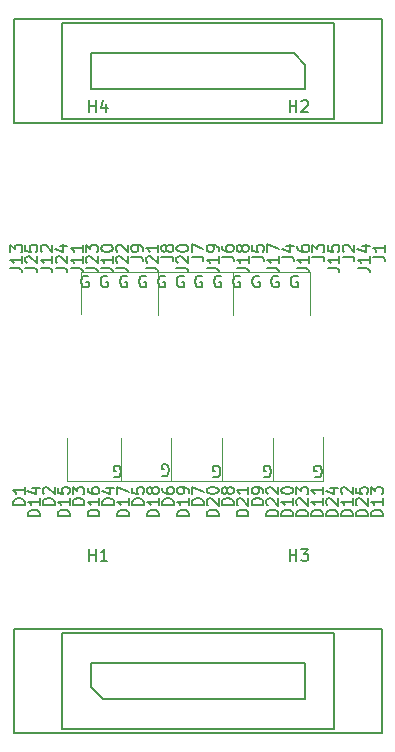
<source format=gbr>
%TF.GenerationSoftware,KiCad,Pcbnew,7.0.2*%
%TF.CreationDate,2023-09-29T19:09:54-06:00*%
%TF.ProjectId,micro-d-tes-aaray,6d696372-6f2d-4642-9d74-65732d616172,rev?*%
%TF.SameCoordinates,Original*%
%TF.FileFunction,Legend,Top*%
%TF.FilePolarity,Positive*%
%FSLAX46Y46*%
G04 Gerber Fmt 4.6, Leading zero omitted, Abs format (unit mm)*
G04 Created by KiCad (PCBNEW 7.0.2) date 2023-09-29 19:09:54*
%MOMM*%
%LPD*%
G01*
G04 APERTURE LIST*
%ADD10C,0.090000*%
%ADD11C,0.153000*%
%ADD12C,0.150000*%
%ADD13R,0.700000X2.000000*%
%ADD14R,0.500000X2.000000*%
%ADD15C,3.500000*%
%ADD16O,0.920000X0.920000*%
G04 APERTURE END LIST*
D10*
X28350000Y-40660000D02*
X28350000Y-36900000D01*
X24050000Y-40650000D02*
X24050000Y-37000000D01*
X19750000Y-40650000D02*
X19750000Y-37000000D01*
X28350000Y-40660000D02*
X11175000Y-40650000D01*
X11175000Y-40650000D02*
X11175000Y-37000000D01*
X15450000Y-40650000D02*
X15450000Y-37000000D01*
X6650000Y-40650000D02*
X6650000Y-37000000D01*
X11175000Y-40650000D02*
X11175000Y-37000000D01*
X11175000Y-40650000D02*
X6650000Y-40650000D01*
D11*
X27638095Y-40289761D02*
X27733333Y-40337380D01*
X27733333Y-40337380D02*
X27876190Y-40337380D01*
X27876190Y-40337380D02*
X28019047Y-40289761D01*
X28019047Y-40289761D02*
X28114285Y-40194523D01*
X28114285Y-40194523D02*
X28161904Y-40099285D01*
X28161904Y-40099285D02*
X28209523Y-39908809D01*
X28209523Y-39908809D02*
X28209523Y-39765952D01*
X28209523Y-39765952D02*
X28161904Y-39575476D01*
X28161904Y-39575476D02*
X28114285Y-39480238D01*
X28114285Y-39480238D02*
X28019047Y-39385000D01*
X28019047Y-39385000D02*
X27876190Y-39337380D01*
X27876190Y-39337380D02*
X27780952Y-39337380D01*
X27780952Y-39337380D02*
X27638095Y-39385000D01*
X27638095Y-39385000D02*
X27590476Y-39432619D01*
X27590476Y-39432619D02*
X27590476Y-39765952D01*
X27590476Y-39765952D02*
X27780952Y-39765952D01*
X23338095Y-40289761D02*
X23433333Y-40337380D01*
X23433333Y-40337380D02*
X23576190Y-40337380D01*
X23576190Y-40337380D02*
X23719047Y-40289761D01*
X23719047Y-40289761D02*
X23814285Y-40194523D01*
X23814285Y-40194523D02*
X23861904Y-40099285D01*
X23861904Y-40099285D02*
X23909523Y-39908809D01*
X23909523Y-39908809D02*
X23909523Y-39765952D01*
X23909523Y-39765952D02*
X23861904Y-39575476D01*
X23861904Y-39575476D02*
X23814285Y-39480238D01*
X23814285Y-39480238D02*
X23719047Y-39385000D01*
X23719047Y-39385000D02*
X23576190Y-39337380D01*
X23576190Y-39337380D02*
X23480952Y-39337380D01*
X23480952Y-39337380D02*
X23338095Y-39385000D01*
X23338095Y-39385000D02*
X23290476Y-39432619D01*
X23290476Y-39432619D02*
X23290476Y-39765952D01*
X23290476Y-39765952D02*
X23480952Y-39765952D01*
X19038095Y-40289761D02*
X19133333Y-40337380D01*
X19133333Y-40337380D02*
X19276190Y-40337380D01*
X19276190Y-40337380D02*
X19419047Y-40289761D01*
X19419047Y-40289761D02*
X19514285Y-40194523D01*
X19514285Y-40194523D02*
X19561904Y-40099285D01*
X19561904Y-40099285D02*
X19609523Y-39908809D01*
X19609523Y-39908809D02*
X19609523Y-39765952D01*
X19609523Y-39765952D02*
X19561904Y-39575476D01*
X19561904Y-39575476D02*
X19514285Y-39480238D01*
X19514285Y-39480238D02*
X19419047Y-39385000D01*
X19419047Y-39385000D02*
X19276190Y-39337380D01*
X19276190Y-39337380D02*
X19180952Y-39337380D01*
X19180952Y-39337380D02*
X19038095Y-39385000D01*
X19038095Y-39385000D02*
X18990476Y-39432619D01*
X18990476Y-39432619D02*
X18990476Y-39765952D01*
X18990476Y-39765952D02*
X19180952Y-39765952D01*
X14688095Y-40189761D02*
X14783333Y-40237380D01*
X14783333Y-40237380D02*
X14926190Y-40237380D01*
X14926190Y-40237380D02*
X15069047Y-40189761D01*
X15069047Y-40189761D02*
X15164285Y-40094523D01*
X15164285Y-40094523D02*
X15211904Y-39999285D01*
X15211904Y-39999285D02*
X15259523Y-39808809D01*
X15259523Y-39808809D02*
X15259523Y-39665952D01*
X15259523Y-39665952D02*
X15211904Y-39475476D01*
X15211904Y-39475476D02*
X15164285Y-39380238D01*
X15164285Y-39380238D02*
X15069047Y-39285000D01*
X15069047Y-39285000D02*
X14926190Y-39237380D01*
X14926190Y-39237380D02*
X14830952Y-39237380D01*
X14830952Y-39237380D02*
X14688095Y-39285000D01*
X14688095Y-39285000D02*
X14640476Y-39332619D01*
X14640476Y-39332619D02*
X14640476Y-39665952D01*
X14640476Y-39665952D02*
X14830952Y-39665952D01*
X10638095Y-40289761D02*
X10733333Y-40337380D01*
X10733333Y-40337380D02*
X10876190Y-40337380D01*
X10876190Y-40337380D02*
X11019047Y-40289761D01*
X11019047Y-40289761D02*
X11114285Y-40194523D01*
X11114285Y-40194523D02*
X11161904Y-40099285D01*
X11161904Y-40099285D02*
X11209523Y-39908809D01*
X11209523Y-39908809D02*
X11209523Y-39765952D01*
X11209523Y-39765952D02*
X11161904Y-39575476D01*
X11161904Y-39575476D02*
X11114285Y-39480238D01*
X11114285Y-39480238D02*
X11019047Y-39385000D01*
X11019047Y-39385000D02*
X10876190Y-39337380D01*
X10876190Y-39337380D02*
X10780952Y-39337380D01*
X10780952Y-39337380D02*
X10638095Y-39385000D01*
X10638095Y-39385000D02*
X10590476Y-39432619D01*
X10590476Y-39432619D02*
X10590476Y-39765952D01*
X10590476Y-39765952D02*
X10780952Y-39765952D01*
D10*
X14350000Y-22950000D02*
X14350000Y-26600000D01*
X7800000Y-22950000D02*
X14350000Y-22950000D01*
X7800000Y-22950000D02*
X7800000Y-26500000D01*
X20700000Y-22950000D02*
X20700000Y-26600000D01*
X14150000Y-22950000D02*
X20700000Y-22950000D01*
X14350000Y-22950000D02*
X14350000Y-26500000D01*
X27250000Y-22950000D02*
X27250000Y-26600000D01*
D11*
X8411904Y-23310238D02*
X8316666Y-23262619D01*
X8316666Y-23262619D02*
X8173809Y-23262619D01*
X8173809Y-23262619D02*
X8030952Y-23310238D01*
X8030952Y-23310238D02*
X7935714Y-23405476D01*
X7935714Y-23405476D02*
X7888095Y-23500714D01*
X7888095Y-23500714D02*
X7840476Y-23691190D01*
X7840476Y-23691190D02*
X7840476Y-23834047D01*
X7840476Y-23834047D02*
X7888095Y-24024523D01*
X7888095Y-24024523D02*
X7935714Y-24119761D01*
X7935714Y-24119761D02*
X8030952Y-24215000D01*
X8030952Y-24215000D02*
X8173809Y-24262619D01*
X8173809Y-24262619D02*
X8269047Y-24262619D01*
X8269047Y-24262619D02*
X8411904Y-24215000D01*
X8411904Y-24215000D02*
X8459523Y-24167380D01*
X8459523Y-24167380D02*
X8459523Y-23834047D01*
X8459523Y-23834047D02*
X8269047Y-23834047D01*
X10061904Y-23310238D02*
X9966666Y-23262619D01*
X9966666Y-23262619D02*
X9823809Y-23262619D01*
X9823809Y-23262619D02*
X9680952Y-23310238D01*
X9680952Y-23310238D02*
X9585714Y-23405476D01*
X9585714Y-23405476D02*
X9538095Y-23500714D01*
X9538095Y-23500714D02*
X9490476Y-23691190D01*
X9490476Y-23691190D02*
X9490476Y-23834047D01*
X9490476Y-23834047D02*
X9538095Y-24024523D01*
X9538095Y-24024523D02*
X9585714Y-24119761D01*
X9585714Y-24119761D02*
X9680952Y-24215000D01*
X9680952Y-24215000D02*
X9823809Y-24262619D01*
X9823809Y-24262619D02*
X9919047Y-24262619D01*
X9919047Y-24262619D02*
X10061904Y-24215000D01*
X10061904Y-24215000D02*
X10109523Y-24167380D01*
X10109523Y-24167380D02*
X10109523Y-23834047D01*
X10109523Y-23834047D02*
X9919047Y-23834047D01*
X11711904Y-23310238D02*
X11616666Y-23262619D01*
X11616666Y-23262619D02*
X11473809Y-23262619D01*
X11473809Y-23262619D02*
X11330952Y-23310238D01*
X11330952Y-23310238D02*
X11235714Y-23405476D01*
X11235714Y-23405476D02*
X11188095Y-23500714D01*
X11188095Y-23500714D02*
X11140476Y-23691190D01*
X11140476Y-23691190D02*
X11140476Y-23834047D01*
X11140476Y-23834047D02*
X11188095Y-24024523D01*
X11188095Y-24024523D02*
X11235714Y-24119761D01*
X11235714Y-24119761D02*
X11330952Y-24215000D01*
X11330952Y-24215000D02*
X11473809Y-24262619D01*
X11473809Y-24262619D02*
X11569047Y-24262619D01*
X11569047Y-24262619D02*
X11711904Y-24215000D01*
X11711904Y-24215000D02*
X11759523Y-24167380D01*
X11759523Y-24167380D02*
X11759523Y-23834047D01*
X11759523Y-23834047D02*
X11569047Y-23834047D01*
X13311904Y-23310238D02*
X13216666Y-23262619D01*
X13216666Y-23262619D02*
X13073809Y-23262619D01*
X13073809Y-23262619D02*
X12930952Y-23310238D01*
X12930952Y-23310238D02*
X12835714Y-23405476D01*
X12835714Y-23405476D02*
X12788095Y-23500714D01*
X12788095Y-23500714D02*
X12740476Y-23691190D01*
X12740476Y-23691190D02*
X12740476Y-23834047D01*
X12740476Y-23834047D02*
X12788095Y-24024523D01*
X12788095Y-24024523D02*
X12835714Y-24119761D01*
X12835714Y-24119761D02*
X12930952Y-24215000D01*
X12930952Y-24215000D02*
X13073809Y-24262619D01*
X13073809Y-24262619D02*
X13169047Y-24262619D01*
X13169047Y-24262619D02*
X13311904Y-24215000D01*
X13311904Y-24215000D02*
X13359523Y-24167380D01*
X13359523Y-24167380D02*
X13359523Y-23834047D01*
X13359523Y-23834047D02*
X13169047Y-23834047D01*
X14911904Y-23310238D02*
X14816666Y-23262619D01*
X14816666Y-23262619D02*
X14673809Y-23262619D01*
X14673809Y-23262619D02*
X14530952Y-23310238D01*
X14530952Y-23310238D02*
X14435714Y-23405476D01*
X14435714Y-23405476D02*
X14388095Y-23500714D01*
X14388095Y-23500714D02*
X14340476Y-23691190D01*
X14340476Y-23691190D02*
X14340476Y-23834047D01*
X14340476Y-23834047D02*
X14388095Y-24024523D01*
X14388095Y-24024523D02*
X14435714Y-24119761D01*
X14435714Y-24119761D02*
X14530952Y-24215000D01*
X14530952Y-24215000D02*
X14673809Y-24262619D01*
X14673809Y-24262619D02*
X14769047Y-24262619D01*
X14769047Y-24262619D02*
X14911904Y-24215000D01*
X14911904Y-24215000D02*
X14959523Y-24167380D01*
X14959523Y-24167380D02*
X14959523Y-23834047D01*
X14959523Y-23834047D02*
X14769047Y-23834047D01*
X16511904Y-23310238D02*
X16416666Y-23262619D01*
X16416666Y-23262619D02*
X16273809Y-23262619D01*
X16273809Y-23262619D02*
X16130952Y-23310238D01*
X16130952Y-23310238D02*
X16035714Y-23405476D01*
X16035714Y-23405476D02*
X15988095Y-23500714D01*
X15988095Y-23500714D02*
X15940476Y-23691190D01*
X15940476Y-23691190D02*
X15940476Y-23834047D01*
X15940476Y-23834047D02*
X15988095Y-24024523D01*
X15988095Y-24024523D02*
X16035714Y-24119761D01*
X16035714Y-24119761D02*
X16130952Y-24215000D01*
X16130952Y-24215000D02*
X16273809Y-24262619D01*
X16273809Y-24262619D02*
X16369047Y-24262619D01*
X16369047Y-24262619D02*
X16511904Y-24215000D01*
X16511904Y-24215000D02*
X16559523Y-24167380D01*
X16559523Y-24167380D02*
X16559523Y-23834047D01*
X16559523Y-23834047D02*
X16369047Y-23834047D01*
X18061904Y-23310238D02*
X17966666Y-23262619D01*
X17966666Y-23262619D02*
X17823809Y-23262619D01*
X17823809Y-23262619D02*
X17680952Y-23310238D01*
X17680952Y-23310238D02*
X17585714Y-23405476D01*
X17585714Y-23405476D02*
X17538095Y-23500714D01*
X17538095Y-23500714D02*
X17490476Y-23691190D01*
X17490476Y-23691190D02*
X17490476Y-23834047D01*
X17490476Y-23834047D02*
X17538095Y-24024523D01*
X17538095Y-24024523D02*
X17585714Y-24119761D01*
X17585714Y-24119761D02*
X17680952Y-24215000D01*
X17680952Y-24215000D02*
X17823809Y-24262619D01*
X17823809Y-24262619D02*
X17919047Y-24262619D01*
X17919047Y-24262619D02*
X18061904Y-24215000D01*
X18061904Y-24215000D02*
X18109523Y-24167380D01*
X18109523Y-24167380D02*
X18109523Y-23834047D01*
X18109523Y-23834047D02*
X17919047Y-23834047D01*
X19661904Y-23310238D02*
X19566666Y-23262619D01*
X19566666Y-23262619D02*
X19423809Y-23262619D01*
X19423809Y-23262619D02*
X19280952Y-23310238D01*
X19280952Y-23310238D02*
X19185714Y-23405476D01*
X19185714Y-23405476D02*
X19138095Y-23500714D01*
X19138095Y-23500714D02*
X19090476Y-23691190D01*
X19090476Y-23691190D02*
X19090476Y-23834047D01*
X19090476Y-23834047D02*
X19138095Y-24024523D01*
X19138095Y-24024523D02*
X19185714Y-24119761D01*
X19185714Y-24119761D02*
X19280952Y-24215000D01*
X19280952Y-24215000D02*
X19423809Y-24262619D01*
X19423809Y-24262619D02*
X19519047Y-24262619D01*
X19519047Y-24262619D02*
X19661904Y-24215000D01*
X19661904Y-24215000D02*
X19709523Y-24167380D01*
X19709523Y-24167380D02*
X19709523Y-23834047D01*
X19709523Y-23834047D02*
X19519047Y-23834047D01*
X21261904Y-23310238D02*
X21166666Y-23262619D01*
X21166666Y-23262619D02*
X21023809Y-23262619D01*
X21023809Y-23262619D02*
X20880952Y-23310238D01*
X20880952Y-23310238D02*
X20785714Y-23405476D01*
X20785714Y-23405476D02*
X20738095Y-23500714D01*
X20738095Y-23500714D02*
X20690476Y-23691190D01*
X20690476Y-23691190D02*
X20690476Y-23834047D01*
X20690476Y-23834047D02*
X20738095Y-24024523D01*
X20738095Y-24024523D02*
X20785714Y-24119761D01*
X20785714Y-24119761D02*
X20880952Y-24215000D01*
X20880952Y-24215000D02*
X21023809Y-24262619D01*
X21023809Y-24262619D02*
X21119047Y-24262619D01*
X21119047Y-24262619D02*
X21261904Y-24215000D01*
X21261904Y-24215000D02*
X21309523Y-24167380D01*
X21309523Y-24167380D02*
X21309523Y-23834047D01*
X21309523Y-23834047D02*
X21119047Y-23834047D01*
X22911904Y-23310238D02*
X22816666Y-23262619D01*
X22816666Y-23262619D02*
X22673809Y-23262619D01*
X22673809Y-23262619D02*
X22530952Y-23310238D01*
X22530952Y-23310238D02*
X22435714Y-23405476D01*
X22435714Y-23405476D02*
X22388095Y-23500714D01*
X22388095Y-23500714D02*
X22340476Y-23691190D01*
X22340476Y-23691190D02*
X22340476Y-23834047D01*
X22340476Y-23834047D02*
X22388095Y-24024523D01*
X22388095Y-24024523D02*
X22435714Y-24119761D01*
X22435714Y-24119761D02*
X22530952Y-24215000D01*
X22530952Y-24215000D02*
X22673809Y-24262619D01*
X22673809Y-24262619D02*
X22769047Y-24262619D01*
X22769047Y-24262619D02*
X22911904Y-24215000D01*
X22911904Y-24215000D02*
X22959523Y-24167380D01*
X22959523Y-24167380D02*
X22959523Y-23834047D01*
X22959523Y-23834047D02*
X22769047Y-23834047D01*
X24511904Y-23310238D02*
X24416666Y-23262619D01*
X24416666Y-23262619D02*
X24273809Y-23262619D01*
X24273809Y-23262619D02*
X24130952Y-23310238D01*
X24130952Y-23310238D02*
X24035714Y-23405476D01*
X24035714Y-23405476D02*
X23988095Y-23500714D01*
X23988095Y-23500714D02*
X23940476Y-23691190D01*
X23940476Y-23691190D02*
X23940476Y-23834047D01*
X23940476Y-23834047D02*
X23988095Y-24024523D01*
X23988095Y-24024523D02*
X24035714Y-24119761D01*
X24035714Y-24119761D02*
X24130952Y-24215000D01*
X24130952Y-24215000D02*
X24273809Y-24262619D01*
X24273809Y-24262619D02*
X24369047Y-24262619D01*
X24369047Y-24262619D02*
X24511904Y-24215000D01*
X24511904Y-24215000D02*
X24559523Y-24167380D01*
X24559523Y-24167380D02*
X24559523Y-23834047D01*
X24559523Y-23834047D02*
X24369047Y-23834047D01*
X26161904Y-23310238D02*
X26066666Y-23262619D01*
X26066666Y-23262619D02*
X25923809Y-23262619D01*
X25923809Y-23262619D02*
X25780952Y-23310238D01*
X25780952Y-23310238D02*
X25685714Y-23405476D01*
X25685714Y-23405476D02*
X25638095Y-23500714D01*
X25638095Y-23500714D02*
X25590476Y-23691190D01*
X25590476Y-23691190D02*
X25590476Y-23834047D01*
X25590476Y-23834047D02*
X25638095Y-24024523D01*
X25638095Y-24024523D02*
X25685714Y-24119761D01*
X25685714Y-24119761D02*
X25780952Y-24215000D01*
X25780952Y-24215000D02*
X25923809Y-24262619D01*
X25923809Y-24262619D02*
X26019047Y-24262619D01*
X26019047Y-24262619D02*
X26161904Y-24215000D01*
X26161904Y-24215000D02*
X26209523Y-24167380D01*
X26209523Y-24167380D02*
X26209523Y-23834047D01*
X26209523Y-23834047D02*
X26019047Y-23834047D01*
D10*
X20700000Y-22950000D02*
X20700000Y-26500000D01*
X20700000Y-22950000D02*
X27250000Y-22950000D01*
D12*
X6215000Y-1891000D02*
X29285000Y-1891000D01*
X29285000Y-9958000D01*
X6215000Y-9958000D01*
X6215000Y-1891000D01*
X2150000Y-53150000D02*
X33350000Y-53150000D01*
X33350000Y-62000000D01*
X2150000Y-62000000D01*
X2150000Y-53150000D01*
X6215000Y-53541000D02*
X29285000Y-53541000D01*
X29285000Y-61608000D01*
X6215000Y-61608000D01*
X6215000Y-53541000D01*
X2150000Y-1500000D02*
X33350000Y-1500000D01*
X33350000Y-10350000D01*
X2150000Y-10350000D01*
X2150000Y-1500000D01*
%TO.C,D25*%
X32100119Y-43640475D02*
X31100119Y-43640475D01*
X31100119Y-43640475D02*
X31100119Y-43402380D01*
X31100119Y-43402380D02*
X31147738Y-43259523D01*
X31147738Y-43259523D02*
X31242976Y-43164285D01*
X31242976Y-43164285D02*
X31338214Y-43116666D01*
X31338214Y-43116666D02*
X31528690Y-43069047D01*
X31528690Y-43069047D02*
X31671547Y-43069047D01*
X31671547Y-43069047D02*
X31862023Y-43116666D01*
X31862023Y-43116666D02*
X31957261Y-43164285D01*
X31957261Y-43164285D02*
X32052500Y-43259523D01*
X32052500Y-43259523D02*
X32100119Y-43402380D01*
X32100119Y-43402380D02*
X32100119Y-43640475D01*
X31195357Y-42688094D02*
X31147738Y-42640475D01*
X31147738Y-42640475D02*
X31100119Y-42545237D01*
X31100119Y-42545237D02*
X31100119Y-42307142D01*
X31100119Y-42307142D02*
X31147738Y-42211904D01*
X31147738Y-42211904D02*
X31195357Y-42164285D01*
X31195357Y-42164285D02*
X31290595Y-42116666D01*
X31290595Y-42116666D02*
X31385833Y-42116666D01*
X31385833Y-42116666D02*
X31528690Y-42164285D01*
X31528690Y-42164285D02*
X32100119Y-42735713D01*
X32100119Y-42735713D02*
X32100119Y-42116666D01*
X31100119Y-41211904D02*
X31100119Y-41688094D01*
X31100119Y-41688094D02*
X31576309Y-41735713D01*
X31576309Y-41735713D02*
X31528690Y-41688094D01*
X31528690Y-41688094D02*
X31481071Y-41592856D01*
X31481071Y-41592856D02*
X31481071Y-41354761D01*
X31481071Y-41354761D02*
X31528690Y-41259523D01*
X31528690Y-41259523D02*
X31576309Y-41211904D01*
X31576309Y-41211904D02*
X31671547Y-41164285D01*
X31671547Y-41164285D02*
X31909642Y-41164285D01*
X31909642Y-41164285D02*
X32004880Y-41211904D01*
X32004880Y-41211904D02*
X32052500Y-41259523D01*
X32052500Y-41259523D02*
X32100119Y-41354761D01*
X32100119Y-41354761D02*
X32100119Y-41592856D01*
X32100119Y-41592856D02*
X32052500Y-41688094D01*
X32052500Y-41688094D02*
X32004880Y-41735713D01*
%TO.C,D24*%
X29575119Y-43640475D02*
X28575119Y-43640475D01*
X28575119Y-43640475D02*
X28575119Y-43402380D01*
X28575119Y-43402380D02*
X28622738Y-43259523D01*
X28622738Y-43259523D02*
X28717976Y-43164285D01*
X28717976Y-43164285D02*
X28813214Y-43116666D01*
X28813214Y-43116666D02*
X29003690Y-43069047D01*
X29003690Y-43069047D02*
X29146547Y-43069047D01*
X29146547Y-43069047D02*
X29337023Y-43116666D01*
X29337023Y-43116666D02*
X29432261Y-43164285D01*
X29432261Y-43164285D02*
X29527500Y-43259523D01*
X29527500Y-43259523D02*
X29575119Y-43402380D01*
X29575119Y-43402380D02*
X29575119Y-43640475D01*
X28670357Y-42688094D02*
X28622738Y-42640475D01*
X28622738Y-42640475D02*
X28575119Y-42545237D01*
X28575119Y-42545237D02*
X28575119Y-42307142D01*
X28575119Y-42307142D02*
X28622738Y-42211904D01*
X28622738Y-42211904D02*
X28670357Y-42164285D01*
X28670357Y-42164285D02*
X28765595Y-42116666D01*
X28765595Y-42116666D02*
X28860833Y-42116666D01*
X28860833Y-42116666D02*
X29003690Y-42164285D01*
X29003690Y-42164285D02*
X29575119Y-42735713D01*
X29575119Y-42735713D02*
X29575119Y-42116666D01*
X28908452Y-41259523D02*
X29575119Y-41259523D01*
X28527500Y-41497618D02*
X29241785Y-41735713D01*
X29241785Y-41735713D02*
X29241785Y-41116666D01*
%TO.C,D22*%
X24525119Y-43640475D02*
X23525119Y-43640475D01*
X23525119Y-43640475D02*
X23525119Y-43402380D01*
X23525119Y-43402380D02*
X23572738Y-43259523D01*
X23572738Y-43259523D02*
X23667976Y-43164285D01*
X23667976Y-43164285D02*
X23763214Y-43116666D01*
X23763214Y-43116666D02*
X23953690Y-43069047D01*
X23953690Y-43069047D02*
X24096547Y-43069047D01*
X24096547Y-43069047D02*
X24287023Y-43116666D01*
X24287023Y-43116666D02*
X24382261Y-43164285D01*
X24382261Y-43164285D02*
X24477500Y-43259523D01*
X24477500Y-43259523D02*
X24525119Y-43402380D01*
X24525119Y-43402380D02*
X24525119Y-43640475D01*
X23620357Y-42688094D02*
X23572738Y-42640475D01*
X23572738Y-42640475D02*
X23525119Y-42545237D01*
X23525119Y-42545237D02*
X23525119Y-42307142D01*
X23525119Y-42307142D02*
X23572738Y-42211904D01*
X23572738Y-42211904D02*
X23620357Y-42164285D01*
X23620357Y-42164285D02*
X23715595Y-42116666D01*
X23715595Y-42116666D02*
X23810833Y-42116666D01*
X23810833Y-42116666D02*
X23953690Y-42164285D01*
X23953690Y-42164285D02*
X24525119Y-42735713D01*
X24525119Y-42735713D02*
X24525119Y-42116666D01*
X23620357Y-41735713D02*
X23572738Y-41688094D01*
X23572738Y-41688094D02*
X23525119Y-41592856D01*
X23525119Y-41592856D02*
X23525119Y-41354761D01*
X23525119Y-41354761D02*
X23572738Y-41259523D01*
X23572738Y-41259523D02*
X23620357Y-41211904D01*
X23620357Y-41211904D02*
X23715595Y-41164285D01*
X23715595Y-41164285D02*
X23810833Y-41164285D01*
X23810833Y-41164285D02*
X23953690Y-41211904D01*
X23953690Y-41211904D02*
X24525119Y-41783332D01*
X24525119Y-41783332D02*
X24525119Y-41164285D01*
%TO.C,D21*%
X22000119Y-43640475D02*
X21000119Y-43640475D01*
X21000119Y-43640475D02*
X21000119Y-43402380D01*
X21000119Y-43402380D02*
X21047738Y-43259523D01*
X21047738Y-43259523D02*
X21142976Y-43164285D01*
X21142976Y-43164285D02*
X21238214Y-43116666D01*
X21238214Y-43116666D02*
X21428690Y-43069047D01*
X21428690Y-43069047D02*
X21571547Y-43069047D01*
X21571547Y-43069047D02*
X21762023Y-43116666D01*
X21762023Y-43116666D02*
X21857261Y-43164285D01*
X21857261Y-43164285D02*
X21952500Y-43259523D01*
X21952500Y-43259523D02*
X22000119Y-43402380D01*
X22000119Y-43402380D02*
X22000119Y-43640475D01*
X21095357Y-42688094D02*
X21047738Y-42640475D01*
X21047738Y-42640475D02*
X21000119Y-42545237D01*
X21000119Y-42545237D02*
X21000119Y-42307142D01*
X21000119Y-42307142D02*
X21047738Y-42211904D01*
X21047738Y-42211904D02*
X21095357Y-42164285D01*
X21095357Y-42164285D02*
X21190595Y-42116666D01*
X21190595Y-42116666D02*
X21285833Y-42116666D01*
X21285833Y-42116666D02*
X21428690Y-42164285D01*
X21428690Y-42164285D02*
X22000119Y-42735713D01*
X22000119Y-42735713D02*
X22000119Y-42116666D01*
X22000119Y-41164285D02*
X22000119Y-41735713D01*
X22000119Y-41449999D02*
X21000119Y-41449999D01*
X21000119Y-41449999D02*
X21142976Y-41545237D01*
X21142976Y-41545237D02*
X21238214Y-41640475D01*
X21238214Y-41640475D02*
X21285833Y-41735713D01*
%TO.C,D20*%
X19475119Y-43640475D02*
X18475119Y-43640475D01*
X18475119Y-43640475D02*
X18475119Y-43402380D01*
X18475119Y-43402380D02*
X18522738Y-43259523D01*
X18522738Y-43259523D02*
X18617976Y-43164285D01*
X18617976Y-43164285D02*
X18713214Y-43116666D01*
X18713214Y-43116666D02*
X18903690Y-43069047D01*
X18903690Y-43069047D02*
X19046547Y-43069047D01*
X19046547Y-43069047D02*
X19237023Y-43116666D01*
X19237023Y-43116666D02*
X19332261Y-43164285D01*
X19332261Y-43164285D02*
X19427500Y-43259523D01*
X19427500Y-43259523D02*
X19475119Y-43402380D01*
X19475119Y-43402380D02*
X19475119Y-43640475D01*
X18570357Y-42688094D02*
X18522738Y-42640475D01*
X18522738Y-42640475D02*
X18475119Y-42545237D01*
X18475119Y-42545237D02*
X18475119Y-42307142D01*
X18475119Y-42307142D02*
X18522738Y-42211904D01*
X18522738Y-42211904D02*
X18570357Y-42164285D01*
X18570357Y-42164285D02*
X18665595Y-42116666D01*
X18665595Y-42116666D02*
X18760833Y-42116666D01*
X18760833Y-42116666D02*
X18903690Y-42164285D01*
X18903690Y-42164285D02*
X19475119Y-42735713D01*
X19475119Y-42735713D02*
X19475119Y-42116666D01*
X18475119Y-41497618D02*
X18475119Y-41402380D01*
X18475119Y-41402380D02*
X18522738Y-41307142D01*
X18522738Y-41307142D02*
X18570357Y-41259523D01*
X18570357Y-41259523D02*
X18665595Y-41211904D01*
X18665595Y-41211904D02*
X18856071Y-41164285D01*
X18856071Y-41164285D02*
X19094166Y-41164285D01*
X19094166Y-41164285D02*
X19284642Y-41211904D01*
X19284642Y-41211904D02*
X19379880Y-41259523D01*
X19379880Y-41259523D02*
X19427500Y-41307142D01*
X19427500Y-41307142D02*
X19475119Y-41402380D01*
X19475119Y-41402380D02*
X19475119Y-41497618D01*
X19475119Y-41497618D02*
X19427500Y-41592856D01*
X19427500Y-41592856D02*
X19379880Y-41640475D01*
X19379880Y-41640475D02*
X19284642Y-41688094D01*
X19284642Y-41688094D02*
X19094166Y-41735713D01*
X19094166Y-41735713D02*
X18856071Y-41735713D01*
X18856071Y-41735713D02*
X18665595Y-41688094D01*
X18665595Y-41688094D02*
X18570357Y-41640475D01*
X18570357Y-41640475D02*
X18522738Y-41592856D01*
X18522738Y-41592856D02*
X18475119Y-41497618D01*
%TO.C,D19*%
X16950119Y-43640475D02*
X15950119Y-43640475D01*
X15950119Y-43640475D02*
X15950119Y-43402380D01*
X15950119Y-43402380D02*
X15997738Y-43259523D01*
X15997738Y-43259523D02*
X16092976Y-43164285D01*
X16092976Y-43164285D02*
X16188214Y-43116666D01*
X16188214Y-43116666D02*
X16378690Y-43069047D01*
X16378690Y-43069047D02*
X16521547Y-43069047D01*
X16521547Y-43069047D02*
X16712023Y-43116666D01*
X16712023Y-43116666D02*
X16807261Y-43164285D01*
X16807261Y-43164285D02*
X16902500Y-43259523D01*
X16902500Y-43259523D02*
X16950119Y-43402380D01*
X16950119Y-43402380D02*
X16950119Y-43640475D01*
X16950119Y-42116666D02*
X16950119Y-42688094D01*
X16950119Y-42402380D02*
X15950119Y-42402380D01*
X15950119Y-42402380D02*
X16092976Y-42497618D01*
X16092976Y-42497618D02*
X16188214Y-42592856D01*
X16188214Y-42592856D02*
X16235833Y-42688094D01*
X16950119Y-41640475D02*
X16950119Y-41449999D01*
X16950119Y-41449999D02*
X16902500Y-41354761D01*
X16902500Y-41354761D02*
X16854880Y-41307142D01*
X16854880Y-41307142D02*
X16712023Y-41211904D01*
X16712023Y-41211904D02*
X16521547Y-41164285D01*
X16521547Y-41164285D02*
X16140595Y-41164285D01*
X16140595Y-41164285D02*
X16045357Y-41211904D01*
X16045357Y-41211904D02*
X15997738Y-41259523D01*
X15997738Y-41259523D02*
X15950119Y-41354761D01*
X15950119Y-41354761D02*
X15950119Y-41545237D01*
X15950119Y-41545237D02*
X15997738Y-41640475D01*
X15997738Y-41640475D02*
X16045357Y-41688094D01*
X16045357Y-41688094D02*
X16140595Y-41735713D01*
X16140595Y-41735713D02*
X16378690Y-41735713D01*
X16378690Y-41735713D02*
X16473928Y-41688094D01*
X16473928Y-41688094D02*
X16521547Y-41640475D01*
X16521547Y-41640475D02*
X16569166Y-41545237D01*
X16569166Y-41545237D02*
X16569166Y-41354761D01*
X16569166Y-41354761D02*
X16521547Y-41259523D01*
X16521547Y-41259523D02*
X16473928Y-41211904D01*
X16473928Y-41211904D02*
X16378690Y-41164285D01*
%TO.C,D17*%
X11900119Y-43640475D02*
X10900119Y-43640475D01*
X10900119Y-43640475D02*
X10900119Y-43402380D01*
X10900119Y-43402380D02*
X10947738Y-43259523D01*
X10947738Y-43259523D02*
X11042976Y-43164285D01*
X11042976Y-43164285D02*
X11138214Y-43116666D01*
X11138214Y-43116666D02*
X11328690Y-43069047D01*
X11328690Y-43069047D02*
X11471547Y-43069047D01*
X11471547Y-43069047D02*
X11662023Y-43116666D01*
X11662023Y-43116666D02*
X11757261Y-43164285D01*
X11757261Y-43164285D02*
X11852500Y-43259523D01*
X11852500Y-43259523D02*
X11900119Y-43402380D01*
X11900119Y-43402380D02*
X11900119Y-43640475D01*
X11900119Y-42116666D02*
X11900119Y-42688094D01*
X11900119Y-42402380D02*
X10900119Y-42402380D01*
X10900119Y-42402380D02*
X11042976Y-42497618D01*
X11042976Y-42497618D02*
X11138214Y-42592856D01*
X11138214Y-42592856D02*
X11185833Y-42688094D01*
X10900119Y-41783332D02*
X10900119Y-41116666D01*
X10900119Y-41116666D02*
X11900119Y-41545237D01*
%TO.C,D16*%
X9375119Y-43640475D02*
X8375119Y-43640475D01*
X8375119Y-43640475D02*
X8375119Y-43402380D01*
X8375119Y-43402380D02*
X8422738Y-43259523D01*
X8422738Y-43259523D02*
X8517976Y-43164285D01*
X8517976Y-43164285D02*
X8613214Y-43116666D01*
X8613214Y-43116666D02*
X8803690Y-43069047D01*
X8803690Y-43069047D02*
X8946547Y-43069047D01*
X8946547Y-43069047D02*
X9137023Y-43116666D01*
X9137023Y-43116666D02*
X9232261Y-43164285D01*
X9232261Y-43164285D02*
X9327500Y-43259523D01*
X9327500Y-43259523D02*
X9375119Y-43402380D01*
X9375119Y-43402380D02*
X9375119Y-43640475D01*
X9375119Y-42116666D02*
X9375119Y-42688094D01*
X9375119Y-42402380D02*
X8375119Y-42402380D01*
X8375119Y-42402380D02*
X8517976Y-42497618D01*
X8517976Y-42497618D02*
X8613214Y-42592856D01*
X8613214Y-42592856D02*
X8660833Y-42688094D01*
X8375119Y-41259523D02*
X8375119Y-41449999D01*
X8375119Y-41449999D02*
X8422738Y-41545237D01*
X8422738Y-41545237D02*
X8470357Y-41592856D01*
X8470357Y-41592856D02*
X8613214Y-41688094D01*
X8613214Y-41688094D02*
X8803690Y-41735713D01*
X8803690Y-41735713D02*
X9184642Y-41735713D01*
X9184642Y-41735713D02*
X9279880Y-41688094D01*
X9279880Y-41688094D02*
X9327500Y-41640475D01*
X9327500Y-41640475D02*
X9375119Y-41545237D01*
X9375119Y-41545237D02*
X9375119Y-41354761D01*
X9375119Y-41354761D02*
X9327500Y-41259523D01*
X9327500Y-41259523D02*
X9279880Y-41211904D01*
X9279880Y-41211904D02*
X9184642Y-41164285D01*
X9184642Y-41164285D02*
X8946547Y-41164285D01*
X8946547Y-41164285D02*
X8851309Y-41211904D01*
X8851309Y-41211904D02*
X8803690Y-41259523D01*
X8803690Y-41259523D02*
X8756071Y-41354761D01*
X8756071Y-41354761D02*
X8756071Y-41545237D01*
X8756071Y-41545237D02*
X8803690Y-41640475D01*
X8803690Y-41640475D02*
X8851309Y-41688094D01*
X8851309Y-41688094D02*
X8946547Y-41735713D01*
%TO.C,D15*%
X6850119Y-43640475D02*
X5850119Y-43640475D01*
X5850119Y-43640475D02*
X5850119Y-43402380D01*
X5850119Y-43402380D02*
X5897738Y-43259523D01*
X5897738Y-43259523D02*
X5992976Y-43164285D01*
X5992976Y-43164285D02*
X6088214Y-43116666D01*
X6088214Y-43116666D02*
X6278690Y-43069047D01*
X6278690Y-43069047D02*
X6421547Y-43069047D01*
X6421547Y-43069047D02*
X6612023Y-43116666D01*
X6612023Y-43116666D02*
X6707261Y-43164285D01*
X6707261Y-43164285D02*
X6802500Y-43259523D01*
X6802500Y-43259523D02*
X6850119Y-43402380D01*
X6850119Y-43402380D02*
X6850119Y-43640475D01*
X6850119Y-42116666D02*
X6850119Y-42688094D01*
X6850119Y-42402380D02*
X5850119Y-42402380D01*
X5850119Y-42402380D02*
X5992976Y-42497618D01*
X5992976Y-42497618D02*
X6088214Y-42592856D01*
X6088214Y-42592856D02*
X6135833Y-42688094D01*
X5850119Y-41211904D02*
X5850119Y-41688094D01*
X5850119Y-41688094D02*
X6326309Y-41735713D01*
X6326309Y-41735713D02*
X6278690Y-41688094D01*
X6278690Y-41688094D02*
X6231071Y-41592856D01*
X6231071Y-41592856D02*
X6231071Y-41354761D01*
X6231071Y-41354761D02*
X6278690Y-41259523D01*
X6278690Y-41259523D02*
X6326309Y-41211904D01*
X6326309Y-41211904D02*
X6421547Y-41164285D01*
X6421547Y-41164285D02*
X6659642Y-41164285D01*
X6659642Y-41164285D02*
X6754880Y-41211904D01*
X6754880Y-41211904D02*
X6802500Y-41259523D01*
X6802500Y-41259523D02*
X6850119Y-41354761D01*
X6850119Y-41354761D02*
X6850119Y-41592856D01*
X6850119Y-41592856D02*
X6802500Y-41688094D01*
X6802500Y-41688094D02*
X6754880Y-41735713D01*
%TO.C,D14*%
X4325119Y-43640475D02*
X3325119Y-43640475D01*
X3325119Y-43640475D02*
X3325119Y-43402380D01*
X3325119Y-43402380D02*
X3372738Y-43259523D01*
X3372738Y-43259523D02*
X3467976Y-43164285D01*
X3467976Y-43164285D02*
X3563214Y-43116666D01*
X3563214Y-43116666D02*
X3753690Y-43069047D01*
X3753690Y-43069047D02*
X3896547Y-43069047D01*
X3896547Y-43069047D02*
X4087023Y-43116666D01*
X4087023Y-43116666D02*
X4182261Y-43164285D01*
X4182261Y-43164285D02*
X4277500Y-43259523D01*
X4277500Y-43259523D02*
X4325119Y-43402380D01*
X4325119Y-43402380D02*
X4325119Y-43640475D01*
X4325119Y-42116666D02*
X4325119Y-42688094D01*
X4325119Y-42402380D02*
X3325119Y-42402380D01*
X3325119Y-42402380D02*
X3467976Y-42497618D01*
X3467976Y-42497618D02*
X3563214Y-42592856D01*
X3563214Y-42592856D02*
X3610833Y-42688094D01*
X3658452Y-41259523D02*
X4325119Y-41259523D01*
X3277500Y-41497618D02*
X3991785Y-41735713D01*
X3991785Y-41735713D02*
X3991785Y-41116666D01*
%TO.C,D13*%
X33362619Y-43640475D02*
X32362619Y-43640475D01*
X32362619Y-43640475D02*
X32362619Y-43402380D01*
X32362619Y-43402380D02*
X32410238Y-43259523D01*
X32410238Y-43259523D02*
X32505476Y-43164285D01*
X32505476Y-43164285D02*
X32600714Y-43116666D01*
X32600714Y-43116666D02*
X32791190Y-43069047D01*
X32791190Y-43069047D02*
X32934047Y-43069047D01*
X32934047Y-43069047D02*
X33124523Y-43116666D01*
X33124523Y-43116666D02*
X33219761Y-43164285D01*
X33219761Y-43164285D02*
X33315000Y-43259523D01*
X33315000Y-43259523D02*
X33362619Y-43402380D01*
X33362619Y-43402380D02*
X33362619Y-43640475D01*
X33362619Y-42116666D02*
X33362619Y-42688094D01*
X33362619Y-42402380D02*
X32362619Y-42402380D01*
X32362619Y-42402380D02*
X32505476Y-42497618D01*
X32505476Y-42497618D02*
X32600714Y-42592856D01*
X32600714Y-42592856D02*
X32648333Y-42688094D01*
X32362619Y-41783332D02*
X32362619Y-41164285D01*
X32362619Y-41164285D02*
X32743571Y-41497618D01*
X32743571Y-41497618D02*
X32743571Y-41354761D01*
X32743571Y-41354761D02*
X32791190Y-41259523D01*
X32791190Y-41259523D02*
X32838809Y-41211904D01*
X32838809Y-41211904D02*
X32934047Y-41164285D01*
X32934047Y-41164285D02*
X33172142Y-41164285D01*
X33172142Y-41164285D02*
X33267380Y-41211904D01*
X33267380Y-41211904D02*
X33315000Y-41259523D01*
X33315000Y-41259523D02*
X33362619Y-41354761D01*
X33362619Y-41354761D02*
X33362619Y-41640475D01*
X33362619Y-41640475D02*
X33315000Y-41735713D01*
X33315000Y-41735713D02*
X33267380Y-41783332D01*
%TO.C,D8*%
X20737619Y-42688094D02*
X19737619Y-42688094D01*
X19737619Y-42688094D02*
X19737619Y-42449999D01*
X19737619Y-42449999D02*
X19785238Y-42307142D01*
X19785238Y-42307142D02*
X19880476Y-42211904D01*
X19880476Y-42211904D02*
X19975714Y-42164285D01*
X19975714Y-42164285D02*
X20166190Y-42116666D01*
X20166190Y-42116666D02*
X20309047Y-42116666D01*
X20309047Y-42116666D02*
X20499523Y-42164285D01*
X20499523Y-42164285D02*
X20594761Y-42211904D01*
X20594761Y-42211904D02*
X20690000Y-42307142D01*
X20690000Y-42307142D02*
X20737619Y-42449999D01*
X20737619Y-42449999D02*
X20737619Y-42688094D01*
X20166190Y-41545237D02*
X20118571Y-41640475D01*
X20118571Y-41640475D02*
X20070952Y-41688094D01*
X20070952Y-41688094D02*
X19975714Y-41735713D01*
X19975714Y-41735713D02*
X19928095Y-41735713D01*
X19928095Y-41735713D02*
X19832857Y-41688094D01*
X19832857Y-41688094D02*
X19785238Y-41640475D01*
X19785238Y-41640475D02*
X19737619Y-41545237D01*
X19737619Y-41545237D02*
X19737619Y-41354761D01*
X19737619Y-41354761D02*
X19785238Y-41259523D01*
X19785238Y-41259523D02*
X19832857Y-41211904D01*
X19832857Y-41211904D02*
X19928095Y-41164285D01*
X19928095Y-41164285D02*
X19975714Y-41164285D01*
X19975714Y-41164285D02*
X20070952Y-41211904D01*
X20070952Y-41211904D02*
X20118571Y-41259523D01*
X20118571Y-41259523D02*
X20166190Y-41354761D01*
X20166190Y-41354761D02*
X20166190Y-41545237D01*
X20166190Y-41545237D02*
X20213809Y-41640475D01*
X20213809Y-41640475D02*
X20261428Y-41688094D01*
X20261428Y-41688094D02*
X20356666Y-41735713D01*
X20356666Y-41735713D02*
X20547142Y-41735713D01*
X20547142Y-41735713D02*
X20642380Y-41688094D01*
X20642380Y-41688094D02*
X20690000Y-41640475D01*
X20690000Y-41640475D02*
X20737619Y-41545237D01*
X20737619Y-41545237D02*
X20737619Y-41354761D01*
X20737619Y-41354761D02*
X20690000Y-41259523D01*
X20690000Y-41259523D02*
X20642380Y-41211904D01*
X20642380Y-41211904D02*
X20547142Y-41164285D01*
X20547142Y-41164285D02*
X20356666Y-41164285D01*
X20356666Y-41164285D02*
X20261428Y-41211904D01*
X20261428Y-41211904D02*
X20213809Y-41259523D01*
X20213809Y-41259523D02*
X20166190Y-41354761D01*
%TO.C,D3*%
X8112619Y-42688094D02*
X7112619Y-42688094D01*
X7112619Y-42688094D02*
X7112619Y-42449999D01*
X7112619Y-42449999D02*
X7160238Y-42307142D01*
X7160238Y-42307142D02*
X7255476Y-42211904D01*
X7255476Y-42211904D02*
X7350714Y-42164285D01*
X7350714Y-42164285D02*
X7541190Y-42116666D01*
X7541190Y-42116666D02*
X7684047Y-42116666D01*
X7684047Y-42116666D02*
X7874523Y-42164285D01*
X7874523Y-42164285D02*
X7969761Y-42211904D01*
X7969761Y-42211904D02*
X8065000Y-42307142D01*
X8065000Y-42307142D02*
X8112619Y-42449999D01*
X8112619Y-42449999D02*
X8112619Y-42688094D01*
X7112619Y-41783332D02*
X7112619Y-41164285D01*
X7112619Y-41164285D02*
X7493571Y-41497618D01*
X7493571Y-41497618D02*
X7493571Y-41354761D01*
X7493571Y-41354761D02*
X7541190Y-41259523D01*
X7541190Y-41259523D02*
X7588809Y-41211904D01*
X7588809Y-41211904D02*
X7684047Y-41164285D01*
X7684047Y-41164285D02*
X7922142Y-41164285D01*
X7922142Y-41164285D02*
X8017380Y-41211904D01*
X8017380Y-41211904D02*
X8065000Y-41259523D01*
X8065000Y-41259523D02*
X8112619Y-41354761D01*
X8112619Y-41354761D02*
X8112619Y-41640475D01*
X8112619Y-41640475D02*
X8065000Y-41735713D01*
X8065000Y-41735713D02*
X8017380Y-41783332D01*
%TO.C,J25*%
X3116797Y-22609523D02*
X3831082Y-22609523D01*
X3831082Y-22609523D02*
X3973939Y-22657142D01*
X3973939Y-22657142D02*
X4069178Y-22752380D01*
X4069178Y-22752380D02*
X4116797Y-22895237D01*
X4116797Y-22895237D02*
X4116797Y-22990475D01*
X3212035Y-22180951D02*
X3164416Y-22133332D01*
X3164416Y-22133332D02*
X3116797Y-22038094D01*
X3116797Y-22038094D02*
X3116797Y-21799999D01*
X3116797Y-21799999D02*
X3164416Y-21704761D01*
X3164416Y-21704761D02*
X3212035Y-21657142D01*
X3212035Y-21657142D02*
X3307273Y-21609523D01*
X3307273Y-21609523D02*
X3402511Y-21609523D01*
X3402511Y-21609523D02*
X3545368Y-21657142D01*
X3545368Y-21657142D02*
X4116797Y-22228570D01*
X4116797Y-22228570D02*
X4116797Y-21609523D01*
X3116797Y-20704761D02*
X3116797Y-21180951D01*
X3116797Y-21180951D02*
X3592987Y-21228570D01*
X3592987Y-21228570D02*
X3545368Y-21180951D01*
X3545368Y-21180951D02*
X3497749Y-21085713D01*
X3497749Y-21085713D02*
X3497749Y-20847618D01*
X3497749Y-20847618D02*
X3545368Y-20752380D01*
X3545368Y-20752380D02*
X3592987Y-20704761D01*
X3592987Y-20704761D02*
X3688225Y-20657142D01*
X3688225Y-20657142D02*
X3926320Y-20657142D01*
X3926320Y-20657142D02*
X4021558Y-20704761D01*
X4021558Y-20704761D02*
X4069178Y-20752380D01*
X4069178Y-20752380D02*
X4116797Y-20847618D01*
X4116797Y-20847618D02*
X4116797Y-21085713D01*
X4116797Y-21085713D02*
X4069178Y-21180951D01*
X4069178Y-21180951D02*
X4021558Y-21228570D01*
%TO.C,J24*%
X5675129Y-22609523D02*
X6389414Y-22609523D01*
X6389414Y-22609523D02*
X6532271Y-22657142D01*
X6532271Y-22657142D02*
X6627510Y-22752380D01*
X6627510Y-22752380D02*
X6675129Y-22895237D01*
X6675129Y-22895237D02*
X6675129Y-22990475D01*
X5770367Y-22180951D02*
X5722748Y-22133332D01*
X5722748Y-22133332D02*
X5675129Y-22038094D01*
X5675129Y-22038094D02*
X5675129Y-21799999D01*
X5675129Y-21799999D02*
X5722748Y-21704761D01*
X5722748Y-21704761D02*
X5770367Y-21657142D01*
X5770367Y-21657142D02*
X5865605Y-21609523D01*
X5865605Y-21609523D02*
X5960843Y-21609523D01*
X5960843Y-21609523D02*
X6103700Y-21657142D01*
X6103700Y-21657142D02*
X6675129Y-22228570D01*
X6675129Y-22228570D02*
X6675129Y-21609523D01*
X6008462Y-20752380D02*
X6675129Y-20752380D01*
X5627510Y-20990475D02*
X6341795Y-21228570D01*
X6341795Y-21228570D02*
X6341795Y-20609523D01*
%TO.C,J23*%
X8233461Y-22609523D02*
X8947746Y-22609523D01*
X8947746Y-22609523D02*
X9090603Y-22657142D01*
X9090603Y-22657142D02*
X9185842Y-22752380D01*
X9185842Y-22752380D02*
X9233461Y-22895237D01*
X9233461Y-22895237D02*
X9233461Y-22990475D01*
X8328699Y-22180951D02*
X8281080Y-22133332D01*
X8281080Y-22133332D02*
X8233461Y-22038094D01*
X8233461Y-22038094D02*
X8233461Y-21799999D01*
X8233461Y-21799999D02*
X8281080Y-21704761D01*
X8281080Y-21704761D02*
X8328699Y-21657142D01*
X8328699Y-21657142D02*
X8423937Y-21609523D01*
X8423937Y-21609523D02*
X8519175Y-21609523D01*
X8519175Y-21609523D02*
X8662032Y-21657142D01*
X8662032Y-21657142D02*
X9233461Y-22228570D01*
X9233461Y-22228570D02*
X9233461Y-21609523D01*
X8233461Y-21276189D02*
X8233461Y-20657142D01*
X8233461Y-20657142D02*
X8614413Y-20990475D01*
X8614413Y-20990475D02*
X8614413Y-20847618D01*
X8614413Y-20847618D02*
X8662032Y-20752380D01*
X8662032Y-20752380D02*
X8709651Y-20704761D01*
X8709651Y-20704761D02*
X8804889Y-20657142D01*
X8804889Y-20657142D02*
X9042984Y-20657142D01*
X9042984Y-20657142D02*
X9138222Y-20704761D01*
X9138222Y-20704761D02*
X9185842Y-20752380D01*
X9185842Y-20752380D02*
X9233461Y-20847618D01*
X9233461Y-20847618D02*
X9233461Y-21133332D01*
X9233461Y-21133332D02*
X9185842Y-21228570D01*
X9185842Y-21228570D02*
X9138222Y-21276189D01*
%TO.C,J22*%
X10791793Y-22609523D02*
X11506078Y-22609523D01*
X11506078Y-22609523D02*
X11648935Y-22657142D01*
X11648935Y-22657142D02*
X11744174Y-22752380D01*
X11744174Y-22752380D02*
X11791793Y-22895237D01*
X11791793Y-22895237D02*
X11791793Y-22990475D01*
X10887031Y-22180951D02*
X10839412Y-22133332D01*
X10839412Y-22133332D02*
X10791793Y-22038094D01*
X10791793Y-22038094D02*
X10791793Y-21799999D01*
X10791793Y-21799999D02*
X10839412Y-21704761D01*
X10839412Y-21704761D02*
X10887031Y-21657142D01*
X10887031Y-21657142D02*
X10982269Y-21609523D01*
X10982269Y-21609523D02*
X11077507Y-21609523D01*
X11077507Y-21609523D02*
X11220364Y-21657142D01*
X11220364Y-21657142D02*
X11791793Y-22228570D01*
X11791793Y-22228570D02*
X11791793Y-21609523D01*
X10887031Y-21228570D02*
X10839412Y-21180951D01*
X10839412Y-21180951D02*
X10791793Y-21085713D01*
X10791793Y-21085713D02*
X10791793Y-20847618D01*
X10791793Y-20847618D02*
X10839412Y-20752380D01*
X10839412Y-20752380D02*
X10887031Y-20704761D01*
X10887031Y-20704761D02*
X10982269Y-20657142D01*
X10982269Y-20657142D02*
X11077507Y-20657142D01*
X11077507Y-20657142D02*
X11220364Y-20704761D01*
X11220364Y-20704761D02*
X11791793Y-21276189D01*
X11791793Y-21276189D02*
X11791793Y-20657142D01*
%TO.C,J21*%
X13350125Y-22609523D02*
X14064410Y-22609523D01*
X14064410Y-22609523D02*
X14207267Y-22657142D01*
X14207267Y-22657142D02*
X14302506Y-22752380D01*
X14302506Y-22752380D02*
X14350125Y-22895237D01*
X14350125Y-22895237D02*
X14350125Y-22990475D01*
X13445363Y-22180951D02*
X13397744Y-22133332D01*
X13397744Y-22133332D02*
X13350125Y-22038094D01*
X13350125Y-22038094D02*
X13350125Y-21799999D01*
X13350125Y-21799999D02*
X13397744Y-21704761D01*
X13397744Y-21704761D02*
X13445363Y-21657142D01*
X13445363Y-21657142D02*
X13540601Y-21609523D01*
X13540601Y-21609523D02*
X13635839Y-21609523D01*
X13635839Y-21609523D02*
X13778696Y-21657142D01*
X13778696Y-21657142D02*
X14350125Y-22228570D01*
X14350125Y-22228570D02*
X14350125Y-21609523D01*
X14350125Y-20657142D02*
X14350125Y-21228570D01*
X14350125Y-20942856D02*
X13350125Y-20942856D01*
X13350125Y-20942856D02*
X13492982Y-21038094D01*
X13492982Y-21038094D02*
X13588220Y-21133332D01*
X13588220Y-21133332D02*
X13635839Y-21228570D01*
%TO.C,J20*%
X15908457Y-22609523D02*
X16622742Y-22609523D01*
X16622742Y-22609523D02*
X16765599Y-22657142D01*
X16765599Y-22657142D02*
X16860838Y-22752380D01*
X16860838Y-22752380D02*
X16908457Y-22895237D01*
X16908457Y-22895237D02*
X16908457Y-22990475D01*
X16003695Y-22180951D02*
X15956076Y-22133332D01*
X15956076Y-22133332D02*
X15908457Y-22038094D01*
X15908457Y-22038094D02*
X15908457Y-21799999D01*
X15908457Y-21799999D02*
X15956076Y-21704761D01*
X15956076Y-21704761D02*
X16003695Y-21657142D01*
X16003695Y-21657142D02*
X16098933Y-21609523D01*
X16098933Y-21609523D02*
X16194171Y-21609523D01*
X16194171Y-21609523D02*
X16337028Y-21657142D01*
X16337028Y-21657142D02*
X16908457Y-22228570D01*
X16908457Y-22228570D02*
X16908457Y-21609523D01*
X15908457Y-20990475D02*
X15908457Y-20895237D01*
X15908457Y-20895237D02*
X15956076Y-20799999D01*
X15956076Y-20799999D02*
X16003695Y-20752380D01*
X16003695Y-20752380D02*
X16098933Y-20704761D01*
X16098933Y-20704761D02*
X16289409Y-20657142D01*
X16289409Y-20657142D02*
X16527504Y-20657142D01*
X16527504Y-20657142D02*
X16717980Y-20704761D01*
X16717980Y-20704761D02*
X16813218Y-20752380D01*
X16813218Y-20752380D02*
X16860838Y-20799999D01*
X16860838Y-20799999D02*
X16908457Y-20895237D01*
X16908457Y-20895237D02*
X16908457Y-20990475D01*
X16908457Y-20990475D02*
X16860838Y-21085713D01*
X16860838Y-21085713D02*
X16813218Y-21133332D01*
X16813218Y-21133332D02*
X16717980Y-21180951D01*
X16717980Y-21180951D02*
X16527504Y-21228570D01*
X16527504Y-21228570D02*
X16289409Y-21228570D01*
X16289409Y-21228570D02*
X16098933Y-21180951D01*
X16098933Y-21180951D02*
X16003695Y-21133332D01*
X16003695Y-21133332D02*
X15956076Y-21085713D01*
X15956076Y-21085713D02*
X15908457Y-20990475D01*
%TO.C,J19*%
X18466789Y-22609523D02*
X19181074Y-22609523D01*
X19181074Y-22609523D02*
X19323931Y-22657142D01*
X19323931Y-22657142D02*
X19419170Y-22752380D01*
X19419170Y-22752380D02*
X19466789Y-22895237D01*
X19466789Y-22895237D02*
X19466789Y-22990475D01*
X19466789Y-21609523D02*
X19466789Y-22180951D01*
X19466789Y-21895237D02*
X18466789Y-21895237D01*
X18466789Y-21895237D02*
X18609646Y-21990475D01*
X18609646Y-21990475D02*
X18704884Y-22085713D01*
X18704884Y-22085713D02*
X18752503Y-22180951D01*
X19466789Y-21133332D02*
X19466789Y-20942856D01*
X19466789Y-20942856D02*
X19419170Y-20847618D01*
X19419170Y-20847618D02*
X19371550Y-20799999D01*
X19371550Y-20799999D02*
X19228693Y-20704761D01*
X19228693Y-20704761D02*
X19038217Y-20657142D01*
X19038217Y-20657142D02*
X18657265Y-20657142D01*
X18657265Y-20657142D02*
X18562027Y-20704761D01*
X18562027Y-20704761D02*
X18514408Y-20752380D01*
X18514408Y-20752380D02*
X18466789Y-20847618D01*
X18466789Y-20847618D02*
X18466789Y-21038094D01*
X18466789Y-21038094D02*
X18514408Y-21133332D01*
X18514408Y-21133332D02*
X18562027Y-21180951D01*
X18562027Y-21180951D02*
X18657265Y-21228570D01*
X18657265Y-21228570D02*
X18895360Y-21228570D01*
X18895360Y-21228570D02*
X18990598Y-21180951D01*
X18990598Y-21180951D02*
X19038217Y-21133332D01*
X19038217Y-21133332D02*
X19085836Y-21038094D01*
X19085836Y-21038094D02*
X19085836Y-20847618D01*
X19085836Y-20847618D02*
X19038217Y-20752380D01*
X19038217Y-20752380D02*
X18990598Y-20704761D01*
X18990598Y-20704761D02*
X18895360Y-20657142D01*
%TO.C,J18*%
X21025121Y-22609523D02*
X21739406Y-22609523D01*
X21739406Y-22609523D02*
X21882263Y-22657142D01*
X21882263Y-22657142D02*
X21977502Y-22752380D01*
X21977502Y-22752380D02*
X22025121Y-22895237D01*
X22025121Y-22895237D02*
X22025121Y-22990475D01*
X22025121Y-21609523D02*
X22025121Y-22180951D01*
X22025121Y-21895237D02*
X21025121Y-21895237D01*
X21025121Y-21895237D02*
X21167978Y-21990475D01*
X21167978Y-21990475D02*
X21263216Y-22085713D01*
X21263216Y-22085713D02*
X21310835Y-22180951D01*
X21453692Y-21038094D02*
X21406073Y-21133332D01*
X21406073Y-21133332D02*
X21358454Y-21180951D01*
X21358454Y-21180951D02*
X21263216Y-21228570D01*
X21263216Y-21228570D02*
X21215597Y-21228570D01*
X21215597Y-21228570D02*
X21120359Y-21180951D01*
X21120359Y-21180951D02*
X21072740Y-21133332D01*
X21072740Y-21133332D02*
X21025121Y-21038094D01*
X21025121Y-21038094D02*
X21025121Y-20847618D01*
X21025121Y-20847618D02*
X21072740Y-20752380D01*
X21072740Y-20752380D02*
X21120359Y-20704761D01*
X21120359Y-20704761D02*
X21215597Y-20657142D01*
X21215597Y-20657142D02*
X21263216Y-20657142D01*
X21263216Y-20657142D02*
X21358454Y-20704761D01*
X21358454Y-20704761D02*
X21406073Y-20752380D01*
X21406073Y-20752380D02*
X21453692Y-20847618D01*
X21453692Y-20847618D02*
X21453692Y-21038094D01*
X21453692Y-21038094D02*
X21501311Y-21133332D01*
X21501311Y-21133332D02*
X21548930Y-21180951D01*
X21548930Y-21180951D02*
X21644168Y-21228570D01*
X21644168Y-21228570D02*
X21834644Y-21228570D01*
X21834644Y-21228570D02*
X21929882Y-21180951D01*
X21929882Y-21180951D02*
X21977502Y-21133332D01*
X21977502Y-21133332D02*
X22025121Y-21038094D01*
X22025121Y-21038094D02*
X22025121Y-20847618D01*
X22025121Y-20847618D02*
X21977502Y-20752380D01*
X21977502Y-20752380D02*
X21929882Y-20704761D01*
X21929882Y-20704761D02*
X21834644Y-20657142D01*
X21834644Y-20657142D02*
X21644168Y-20657142D01*
X21644168Y-20657142D02*
X21548930Y-20704761D01*
X21548930Y-20704761D02*
X21501311Y-20752380D01*
X21501311Y-20752380D02*
X21453692Y-20847618D01*
%TO.C,J17*%
X23583453Y-22609523D02*
X24297738Y-22609523D01*
X24297738Y-22609523D02*
X24440595Y-22657142D01*
X24440595Y-22657142D02*
X24535834Y-22752380D01*
X24535834Y-22752380D02*
X24583453Y-22895237D01*
X24583453Y-22895237D02*
X24583453Y-22990475D01*
X24583453Y-21609523D02*
X24583453Y-22180951D01*
X24583453Y-21895237D02*
X23583453Y-21895237D01*
X23583453Y-21895237D02*
X23726310Y-21990475D01*
X23726310Y-21990475D02*
X23821548Y-22085713D01*
X23821548Y-22085713D02*
X23869167Y-22180951D01*
X23583453Y-21276189D02*
X23583453Y-20609523D01*
X23583453Y-20609523D02*
X24583453Y-21038094D01*
%TO.C,J16*%
X26141785Y-22609523D02*
X26856070Y-22609523D01*
X26856070Y-22609523D02*
X26998927Y-22657142D01*
X26998927Y-22657142D02*
X27094166Y-22752380D01*
X27094166Y-22752380D02*
X27141785Y-22895237D01*
X27141785Y-22895237D02*
X27141785Y-22990475D01*
X27141785Y-21609523D02*
X27141785Y-22180951D01*
X27141785Y-21895237D02*
X26141785Y-21895237D01*
X26141785Y-21895237D02*
X26284642Y-21990475D01*
X26284642Y-21990475D02*
X26379880Y-22085713D01*
X26379880Y-22085713D02*
X26427499Y-22180951D01*
X26141785Y-20752380D02*
X26141785Y-20942856D01*
X26141785Y-20942856D02*
X26189404Y-21038094D01*
X26189404Y-21038094D02*
X26237023Y-21085713D01*
X26237023Y-21085713D02*
X26379880Y-21180951D01*
X26379880Y-21180951D02*
X26570356Y-21228570D01*
X26570356Y-21228570D02*
X26951308Y-21228570D01*
X26951308Y-21228570D02*
X27046546Y-21180951D01*
X27046546Y-21180951D02*
X27094166Y-21133332D01*
X27094166Y-21133332D02*
X27141785Y-21038094D01*
X27141785Y-21038094D02*
X27141785Y-20847618D01*
X27141785Y-20847618D02*
X27094166Y-20752380D01*
X27094166Y-20752380D02*
X27046546Y-20704761D01*
X27046546Y-20704761D02*
X26951308Y-20657142D01*
X26951308Y-20657142D02*
X26713213Y-20657142D01*
X26713213Y-20657142D02*
X26617975Y-20704761D01*
X26617975Y-20704761D02*
X26570356Y-20752380D01*
X26570356Y-20752380D02*
X26522737Y-20847618D01*
X26522737Y-20847618D02*
X26522737Y-21038094D01*
X26522737Y-21038094D02*
X26570356Y-21133332D01*
X26570356Y-21133332D02*
X26617975Y-21180951D01*
X26617975Y-21180951D02*
X26713213Y-21228570D01*
%TO.C,J15*%
X28700117Y-22609523D02*
X29414402Y-22609523D01*
X29414402Y-22609523D02*
X29557259Y-22657142D01*
X29557259Y-22657142D02*
X29652498Y-22752380D01*
X29652498Y-22752380D02*
X29700117Y-22895237D01*
X29700117Y-22895237D02*
X29700117Y-22990475D01*
X29700117Y-21609523D02*
X29700117Y-22180951D01*
X29700117Y-21895237D02*
X28700117Y-21895237D01*
X28700117Y-21895237D02*
X28842974Y-21990475D01*
X28842974Y-21990475D02*
X28938212Y-22085713D01*
X28938212Y-22085713D02*
X28985831Y-22180951D01*
X28700117Y-20704761D02*
X28700117Y-21180951D01*
X28700117Y-21180951D02*
X29176307Y-21228570D01*
X29176307Y-21228570D02*
X29128688Y-21180951D01*
X29128688Y-21180951D02*
X29081069Y-21085713D01*
X29081069Y-21085713D02*
X29081069Y-20847618D01*
X29081069Y-20847618D02*
X29128688Y-20752380D01*
X29128688Y-20752380D02*
X29176307Y-20704761D01*
X29176307Y-20704761D02*
X29271545Y-20657142D01*
X29271545Y-20657142D02*
X29509640Y-20657142D01*
X29509640Y-20657142D02*
X29604878Y-20704761D01*
X29604878Y-20704761D02*
X29652498Y-20752380D01*
X29652498Y-20752380D02*
X29700117Y-20847618D01*
X29700117Y-20847618D02*
X29700117Y-21085713D01*
X29700117Y-21085713D02*
X29652498Y-21180951D01*
X29652498Y-21180951D02*
X29604878Y-21228570D01*
%TO.C,J14*%
X31258449Y-22609523D02*
X31972734Y-22609523D01*
X31972734Y-22609523D02*
X32115591Y-22657142D01*
X32115591Y-22657142D02*
X32210830Y-22752380D01*
X32210830Y-22752380D02*
X32258449Y-22895237D01*
X32258449Y-22895237D02*
X32258449Y-22990475D01*
X32258449Y-21609523D02*
X32258449Y-22180951D01*
X32258449Y-21895237D02*
X31258449Y-21895237D01*
X31258449Y-21895237D02*
X31401306Y-21990475D01*
X31401306Y-21990475D02*
X31496544Y-22085713D01*
X31496544Y-22085713D02*
X31544163Y-22180951D01*
X31591782Y-20752380D02*
X32258449Y-20752380D01*
X31210830Y-20990475D02*
X31925115Y-21228570D01*
X31925115Y-21228570D02*
X31925115Y-20609523D01*
%TO.C,J13*%
X1837631Y-22609523D02*
X2551916Y-22609523D01*
X2551916Y-22609523D02*
X2694773Y-22657142D01*
X2694773Y-22657142D02*
X2790012Y-22752380D01*
X2790012Y-22752380D02*
X2837631Y-22895237D01*
X2837631Y-22895237D02*
X2837631Y-22990475D01*
X2837631Y-21609523D02*
X2837631Y-22180951D01*
X2837631Y-21895237D02*
X1837631Y-21895237D01*
X1837631Y-21895237D02*
X1980488Y-21990475D01*
X1980488Y-21990475D02*
X2075726Y-22085713D01*
X2075726Y-22085713D02*
X2123345Y-22180951D01*
X1837631Y-21276189D02*
X1837631Y-20657142D01*
X1837631Y-20657142D02*
X2218583Y-20990475D01*
X2218583Y-20990475D02*
X2218583Y-20847618D01*
X2218583Y-20847618D02*
X2266202Y-20752380D01*
X2266202Y-20752380D02*
X2313821Y-20704761D01*
X2313821Y-20704761D02*
X2409059Y-20657142D01*
X2409059Y-20657142D02*
X2647154Y-20657142D01*
X2647154Y-20657142D02*
X2742392Y-20704761D01*
X2742392Y-20704761D02*
X2790012Y-20752380D01*
X2790012Y-20752380D02*
X2837631Y-20847618D01*
X2837631Y-20847618D02*
X2837631Y-21133332D01*
X2837631Y-21133332D02*
X2790012Y-21228570D01*
X2790012Y-21228570D02*
X2742392Y-21276189D01*
%TO.C,J12*%
X4395963Y-22609523D02*
X5110248Y-22609523D01*
X5110248Y-22609523D02*
X5253105Y-22657142D01*
X5253105Y-22657142D02*
X5348344Y-22752380D01*
X5348344Y-22752380D02*
X5395963Y-22895237D01*
X5395963Y-22895237D02*
X5395963Y-22990475D01*
X5395963Y-21609523D02*
X5395963Y-22180951D01*
X5395963Y-21895237D02*
X4395963Y-21895237D01*
X4395963Y-21895237D02*
X4538820Y-21990475D01*
X4538820Y-21990475D02*
X4634058Y-22085713D01*
X4634058Y-22085713D02*
X4681677Y-22180951D01*
X4491201Y-21228570D02*
X4443582Y-21180951D01*
X4443582Y-21180951D02*
X4395963Y-21085713D01*
X4395963Y-21085713D02*
X4395963Y-20847618D01*
X4395963Y-20847618D02*
X4443582Y-20752380D01*
X4443582Y-20752380D02*
X4491201Y-20704761D01*
X4491201Y-20704761D02*
X4586439Y-20657142D01*
X4586439Y-20657142D02*
X4681677Y-20657142D01*
X4681677Y-20657142D02*
X4824534Y-20704761D01*
X4824534Y-20704761D02*
X5395963Y-21276189D01*
X5395963Y-21276189D02*
X5395963Y-20657142D01*
%TO.C,J11*%
X6954295Y-22609523D02*
X7668580Y-22609523D01*
X7668580Y-22609523D02*
X7811437Y-22657142D01*
X7811437Y-22657142D02*
X7906676Y-22752380D01*
X7906676Y-22752380D02*
X7954295Y-22895237D01*
X7954295Y-22895237D02*
X7954295Y-22990475D01*
X7954295Y-21609523D02*
X7954295Y-22180951D01*
X7954295Y-21895237D02*
X6954295Y-21895237D01*
X6954295Y-21895237D02*
X7097152Y-21990475D01*
X7097152Y-21990475D02*
X7192390Y-22085713D01*
X7192390Y-22085713D02*
X7240009Y-22180951D01*
X7954295Y-20657142D02*
X7954295Y-21228570D01*
X7954295Y-20942856D02*
X6954295Y-20942856D01*
X6954295Y-20942856D02*
X7097152Y-21038094D01*
X7097152Y-21038094D02*
X7192390Y-21133332D01*
X7192390Y-21133332D02*
X7240009Y-21228570D01*
%TO.C,J10*%
X9512627Y-22609523D02*
X10226912Y-22609523D01*
X10226912Y-22609523D02*
X10369769Y-22657142D01*
X10369769Y-22657142D02*
X10465008Y-22752380D01*
X10465008Y-22752380D02*
X10512627Y-22895237D01*
X10512627Y-22895237D02*
X10512627Y-22990475D01*
X10512627Y-21609523D02*
X10512627Y-22180951D01*
X10512627Y-21895237D02*
X9512627Y-21895237D01*
X9512627Y-21895237D02*
X9655484Y-21990475D01*
X9655484Y-21990475D02*
X9750722Y-22085713D01*
X9750722Y-22085713D02*
X9798341Y-22180951D01*
X9512627Y-20990475D02*
X9512627Y-20895237D01*
X9512627Y-20895237D02*
X9560246Y-20799999D01*
X9560246Y-20799999D02*
X9607865Y-20752380D01*
X9607865Y-20752380D02*
X9703103Y-20704761D01*
X9703103Y-20704761D02*
X9893579Y-20657142D01*
X9893579Y-20657142D02*
X10131674Y-20657142D01*
X10131674Y-20657142D02*
X10322150Y-20704761D01*
X10322150Y-20704761D02*
X10417388Y-20752380D01*
X10417388Y-20752380D02*
X10465008Y-20799999D01*
X10465008Y-20799999D02*
X10512627Y-20895237D01*
X10512627Y-20895237D02*
X10512627Y-20990475D01*
X10512627Y-20990475D02*
X10465008Y-21085713D01*
X10465008Y-21085713D02*
X10417388Y-21133332D01*
X10417388Y-21133332D02*
X10322150Y-21180951D01*
X10322150Y-21180951D02*
X10131674Y-21228570D01*
X10131674Y-21228570D02*
X9893579Y-21228570D01*
X9893579Y-21228570D02*
X9703103Y-21180951D01*
X9703103Y-21180951D02*
X9607865Y-21133332D01*
X9607865Y-21133332D02*
X9560246Y-21085713D01*
X9560246Y-21085713D02*
X9512627Y-20990475D01*
%TO.C,J9*%
X12070959Y-21657142D02*
X12785244Y-21657142D01*
X12785244Y-21657142D02*
X12928101Y-21704761D01*
X12928101Y-21704761D02*
X13023340Y-21799999D01*
X13023340Y-21799999D02*
X13070959Y-21942856D01*
X13070959Y-21942856D02*
X13070959Y-22038094D01*
X13070959Y-21133332D02*
X13070959Y-20942856D01*
X13070959Y-20942856D02*
X13023340Y-20847618D01*
X13023340Y-20847618D02*
X12975720Y-20799999D01*
X12975720Y-20799999D02*
X12832863Y-20704761D01*
X12832863Y-20704761D02*
X12642387Y-20657142D01*
X12642387Y-20657142D02*
X12261435Y-20657142D01*
X12261435Y-20657142D02*
X12166197Y-20704761D01*
X12166197Y-20704761D02*
X12118578Y-20752380D01*
X12118578Y-20752380D02*
X12070959Y-20847618D01*
X12070959Y-20847618D02*
X12070959Y-21038094D01*
X12070959Y-21038094D02*
X12118578Y-21133332D01*
X12118578Y-21133332D02*
X12166197Y-21180951D01*
X12166197Y-21180951D02*
X12261435Y-21228570D01*
X12261435Y-21228570D02*
X12499530Y-21228570D01*
X12499530Y-21228570D02*
X12594768Y-21180951D01*
X12594768Y-21180951D02*
X12642387Y-21133332D01*
X12642387Y-21133332D02*
X12690006Y-21038094D01*
X12690006Y-21038094D02*
X12690006Y-20847618D01*
X12690006Y-20847618D02*
X12642387Y-20752380D01*
X12642387Y-20752380D02*
X12594768Y-20704761D01*
X12594768Y-20704761D02*
X12499530Y-20657142D01*
%TO.C,J8*%
X14629291Y-21657142D02*
X15343576Y-21657142D01*
X15343576Y-21657142D02*
X15486433Y-21704761D01*
X15486433Y-21704761D02*
X15581672Y-21799999D01*
X15581672Y-21799999D02*
X15629291Y-21942856D01*
X15629291Y-21942856D02*
X15629291Y-22038094D01*
X15057862Y-21038094D02*
X15010243Y-21133332D01*
X15010243Y-21133332D02*
X14962624Y-21180951D01*
X14962624Y-21180951D02*
X14867386Y-21228570D01*
X14867386Y-21228570D02*
X14819767Y-21228570D01*
X14819767Y-21228570D02*
X14724529Y-21180951D01*
X14724529Y-21180951D02*
X14676910Y-21133332D01*
X14676910Y-21133332D02*
X14629291Y-21038094D01*
X14629291Y-21038094D02*
X14629291Y-20847618D01*
X14629291Y-20847618D02*
X14676910Y-20752380D01*
X14676910Y-20752380D02*
X14724529Y-20704761D01*
X14724529Y-20704761D02*
X14819767Y-20657142D01*
X14819767Y-20657142D02*
X14867386Y-20657142D01*
X14867386Y-20657142D02*
X14962624Y-20704761D01*
X14962624Y-20704761D02*
X15010243Y-20752380D01*
X15010243Y-20752380D02*
X15057862Y-20847618D01*
X15057862Y-20847618D02*
X15057862Y-21038094D01*
X15057862Y-21038094D02*
X15105481Y-21133332D01*
X15105481Y-21133332D02*
X15153100Y-21180951D01*
X15153100Y-21180951D02*
X15248338Y-21228570D01*
X15248338Y-21228570D02*
X15438814Y-21228570D01*
X15438814Y-21228570D02*
X15534052Y-21180951D01*
X15534052Y-21180951D02*
X15581672Y-21133332D01*
X15581672Y-21133332D02*
X15629291Y-21038094D01*
X15629291Y-21038094D02*
X15629291Y-20847618D01*
X15629291Y-20847618D02*
X15581672Y-20752380D01*
X15581672Y-20752380D02*
X15534052Y-20704761D01*
X15534052Y-20704761D02*
X15438814Y-20657142D01*
X15438814Y-20657142D02*
X15248338Y-20657142D01*
X15248338Y-20657142D02*
X15153100Y-20704761D01*
X15153100Y-20704761D02*
X15105481Y-20752380D01*
X15105481Y-20752380D02*
X15057862Y-20847618D01*
%TO.C,J7*%
X17187623Y-21657142D02*
X17901908Y-21657142D01*
X17901908Y-21657142D02*
X18044765Y-21704761D01*
X18044765Y-21704761D02*
X18140004Y-21799999D01*
X18140004Y-21799999D02*
X18187623Y-21942856D01*
X18187623Y-21942856D02*
X18187623Y-22038094D01*
X17187623Y-21276189D02*
X17187623Y-20609523D01*
X17187623Y-20609523D02*
X18187623Y-21038094D01*
%TO.C,J6*%
X19745955Y-21657142D02*
X20460240Y-21657142D01*
X20460240Y-21657142D02*
X20603097Y-21704761D01*
X20603097Y-21704761D02*
X20698336Y-21799999D01*
X20698336Y-21799999D02*
X20745955Y-21942856D01*
X20745955Y-21942856D02*
X20745955Y-22038094D01*
X19745955Y-20752380D02*
X19745955Y-20942856D01*
X19745955Y-20942856D02*
X19793574Y-21038094D01*
X19793574Y-21038094D02*
X19841193Y-21085713D01*
X19841193Y-21085713D02*
X19984050Y-21180951D01*
X19984050Y-21180951D02*
X20174526Y-21228570D01*
X20174526Y-21228570D02*
X20555478Y-21228570D01*
X20555478Y-21228570D02*
X20650716Y-21180951D01*
X20650716Y-21180951D02*
X20698336Y-21133332D01*
X20698336Y-21133332D02*
X20745955Y-21038094D01*
X20745955Y-21038094D02*
X20745955Y-20847618D01*
X20745955Y-20847618D02*
X20698336Y-20752380D01*
X20698336Y-20752380D02*
X20650716Y-20704761D01*
X20650716Y-20704761D02*
X20555478Y-20657142D01*
X20555478Y-20657142D02*
X20317383Y-20657142D01*
X20317383Y-20657142D02*
X20222145Y-20704761D01*
X20222145Y-20704761D02*
X20174526Y-20752380D01*
X20174526Y-20752380D02*
X20126907Y-20847618D01*
X20126907Y-20847618D02*
X20126907Y-21038094D01*
X20126907Y-21038094D02*
X20174526Y-21133332D01*
X20174526Y-21133332D02*
X20222145Y-21180951D01*
X20222145Y-21180951D02*
X20317383Y-21228570D01*
%TO.C,J5*%
X22304287Y-21657142D02*
X23018572Y-21657142D01*
X23018572Y-21657142D02*
X23161429Y-21704761D01*
X23161429Y-21704761D02*
X23256668Y-21799999D01*
X23256668Y-21799999D02*
X23304287Y-21942856D01*
X23304287Y-21942856D02*
X23304287Y-22038094D01*
X22304287Y-20704761D02*
X22304287Y-21180951D01*
X22304287Y-21180951D02*
X22780477Y-21228570D01*
X22780477Y-21228570D02*
X22732858Y-21180951D01*
X22732858Y-21180951D02*
X22685239Y-21085713D01*
X22685239Y-21085713D02*
X22685239Y-20847618D01*
X22685239Y-20847618D02*
X22732858Y-20752380D01*
X22732858Y-20752380D02*
X22780477Y-20704761D01*
X22780477Y-20704761D02*
X22875715Y-20657142D01*
X22875715Y-20657142D02*
X23113810Y-20657142D01*
X23113810Y-20657142D02*
X23209048Y-20704761D01*
X23209048Y-20704761D02*
X23256668Y-20752380D01*
X23256668Y-20752380D02*
X23304287Y-20847618D01*
X23304287Y-20847618D02*
X23304287Y-21085713D01*
X23304287Y-21085713D02*
X23256668Y-21180951D01*
X23256668Y-21180951D02*
X23209048Y-21228570D01*
%TO.C,J4*%
X24862619Y-21657142D02*
X25576904Y-21657142D01*
X25576904Y-21657142D02*
X25719761Y-21704761D01*
X25719761Y-21704761D02*
X25815000Y-21799999D01*
X25815000Y-21799999D02*
X25862619Y-21942856D01*
X25862619Y-21942856D02*
X25862619Y-22038094D01*
X25195952Y-20752380D02*
X25862619Y-20752380D01*
X24815000Y-20990475D02*
X25529285Y-21228570D01*
X25529285Y-21228570D02*
X25529285Y-20609523D01*
%TO.C,J3*%
X27420951Y-21657142D02*
X28135236Y-21657142D01*
X28135236Y-21657142D02*
X28278093Y-21704761D01*
X28278093Y-21704761D02*
X28373332Y-21799999D01*
X28373332Y-21799999D02*
X28420951Y-21942856D01*
X28420951Y-21942856D02*
X28420951Y-22038094D01*
X27420951Y-21276189D02*
X27420951Y-20657142D01*
X27420951Y-20657142D02*
X27801903Y-20990475D01*
X27801903Y-20990475D02*
X27801903Y-20847618D01*
X27801903Y-20847618D02*
X27849522Y-20752380D01*
X27849522Y-20752380D02*
X27897141Y-20704761D01*
X27897141Y-20704761D02*
X27992379Y-20657142D01*
X27992379Y-20657142D02*
X28230474Y-20657142D01*
X28230474Y-20657142D02*
X28325712Y-20704761D01*
X28325712Y-20704761D02*
X28373332Y-20752380D01*
X28373332Y-20752380D02*
X28420951Y-20847618D01*
X28420951Y-20847618D02*
X28420951Y-21133332D01*
X28420951Y-21133332D02*
X28373332Y-21228570D01*
X28373332Y-21228570D02*
X28325712Y-21276189D01*
%TO.C,J2*%
X29979283Y-21657142D02*
X30693568Y-21657142D01*
X30693568Y-21657142D02*
X30836425Y-21704761D01*
X30836425Y-21704761D02*
X30931664Y-21799999D01*
X30931664Y-21799999D02*
X30979283Y-21942856D01*
X30979283Y-21942856D02*
X30979283Y-22038094D01*
X30074521Y-21228570D02*
X30026902Y-21180951D01*
X30026902Y-21180951D02*
X29979283Y-21085713D01*
X29979283Y-21085713D02*
X29979283Y-20847618D01*
X29979283Y-20847618D02*
X30026902Y-20752380D01*
X30026902Y-20752380D02*
X30074521Y-20704761D01*
X30074521Y-20704761D02*
X30169759Y-20657142D01*
X30169759Y-20657142D02*
X30264997Y-20657142D01*
X30264997Y-20657142D02*
X30407854Y-20704761D01*
X30407854Y-20704761D02*
X30979283Y-21276189D01*
X30979283Y-21276189D02*
X30979283Y-20657142D01*
%TO.C,J1*%
X32537615Y-21657142D02*
X33251900Y-21657142D01*
X33251900Y-21657142D02*
X33394757Y-21704761D01*
X33394757Y-21704761D02*
X33489996Y-21799999D01*
X33489996Y-21799999D02*
X33537615Y-21942856D01*
X33537615Y-21942856D02*
X33537615Y-22038094D01*
X33537615Y-20657142D02*
X33537615Y-21228570D01*
X33537615Y-20942856D02*
X32537615Y-20942856D01*
X32537615Y-20942856D02*
X32680472Y-21038094D01*
X32680472Y-21038094D02*
X32775710Y-21133332D01*
X32775710Y-21133332D02*
X32823329Y-21228570D01*
%TO.C,D23*%
X27050119Y-43640475D02*
X26050119Y-43640475D01*
X26050119Y-43640475D02*
X26050119Y-43402380D01*
X26050119Y-43402380D02*
X26097738Y-43259523D01*
X26097738Y-43259523D02*
X26192976Y-43164285D01*
X26192976Y-43164285D02*
X26288214Y-43116666D01*
X26288214Y-43116666D02*
X26478690Y-43069047D01*
X26478690Y-43069047D02*
X26621547Y-43069047D01*
X26621547Y-43069047D02*
X26812023Y-43116666D01*
X26812023Y-43116666D02*
X26907261Y-43164285D01*
X26907261Y-43164285D02*
X27002500Y-43259523D01*
X27002500Y-43259523D02*
X27050119Y-43402380D01*
X27050119Y-43402380D02*
X27050119Y-43640475D01*
X26145357Y-42688094D02*
X26097738Y-42640475D01*
X26097738Y-42640475D02*
X26050119Y-42545237D01*
X26050119Y-42545237D02*
X26050119Y-42307142D01*
X26050119Y-42307142D02*
X26097738Y-42211904D01*
X26097738Y-42211904D02*
X26145357Y-42164285D01*
X26145357Y-42164285D02*
X26240595Y-42116666D01*
X26240595Y-42116666D02*
X26335833Y-42116666D01*
X26335833Y-42116666D02*
X26478690Y-42164285D01*
X26478690Y-42164285D02*
X27050119Y-42735713D01*
X27050119Y-42735713D02*
X27050119Y-42116666D01*
X26050119Y-41783332D02*
X26050119Y-41164285D01*
X26050119Y-41164285D02*
X26431071Y-41497618D01*
X26431071Y-41497618D02*
X26431071Y-41354761D01*
X26431071Y-41354761D02*
X26478690Y-41259523D01*
X26478690Y-41259523D02*
X26526309Y-41211904D01*
X26526309Y-41211904D02*
X26621547Y-41164285D01*
X26621547Y-41164285D02*
X26859642Y-41164285D01*
X26859642Y-41164285D02*
X26954880Y-41211904D01*
X26954880Y-41211904D02*
X27002500Y-41259523D01*
X27002500Y-41259523D02*
X27050119Y-41354761D01*
X27050119Y-41354761D02*
X27050119Y-41640475D01*
X27050119Y-41640475D02*
X27002500Y-41735713D01*
X27002500Y-41735713D02*
X26954880Y-41783332D01*
%TO.C,D18*%
X14425119Y-43640475D02*
X13425119Y-43640475D01*
X13425119Y-43640475D02*
X13425119Y-43402380D01*
X13425119Y-43402380D02*
X13472738Y-43259523D01*
X13472738Y-43259523D02*
X13567976Y-43164285D01*
X13567976Y-43164285D02*
X13663214Y-43116666D01*
X13663214Y-43116666D02*
X13853690Y-43069047D01*
X13853690Y-43069047D02*
X13996547Y-43069047D01*
X13996547Y-43069047D02*
X14187023Y-43116666D01*
X14187023Y-43116666D02*
X14282261Y-43164285D01*
X14282261Y-43164285D02*
X14377500Y-43259523D01*
X14377500Y-43259523D02*
X14425119Y-43402380D01*
X14425119Y-43402380D02*
X14425119Y-43640475D01*
X14425119Y-42116666D02*
X14425119Y-42688094D01*
X14425119Y-42402380D02*
X13425119Y-42402380D01*
X13425119Y-42402380D02*
X13567976Y-42497618D01*
X13567976Y-42497618D02*
X13663214Y-42592856D01*
X13663214Y-42592856D02*
X13710833Y-42688094D01*
X13853690Y-41545237D02*
X13806071Y-41640475D01*
X13806071Y-41640475D02*
X13758452Y-41688094D01*
X13758452Y-41688094D02*
X13663214Y-41735713D01*
X13663214Y-41735713D02*
X13615595Y-41735713D01*
X13615595Y-41735713D02*
X13520357Y-41688094D01*
X13520357Y-41688094D02*
X13472738Y-41640475D01*
X13472738Y-41640475D02*
X13425119Y-41545237D01*
X13425119Y-41545237D02*
X13425119Y-41354761D01*
X13425119Y-41354761D02*
X13472738Y-41259523D01*
X13472738Y-41259523D02*
X13520357Y-41211904D01*
X13520357Y-41211904D02*
X13615595Y-41164285D01*
X13615595Y-41164285D02*
X13663214Y-41164285D01*
X13663214Y-41164285D02*
X13758452Y-41211904D01*
X13758452Y-41211904D02*
X13806071Y-41259523D01*
X13806071Y-41259523D02*
X13853690Y-41354761D01*
X13853690Y-41354761D02*
X13853690Y-41545237D01*
X13853690Y-41545237D02*
X13901309Y-41640475D01*
X13901309Y-41640475D02*
X13948928Y-41688094D01*
X13948928Y-41688094D02*
X14044166Y-41735713D01*
X14044166Y-41735713D02*
X14234642Y-41735713D01*
X14234642Y-41735713D02*
X14329880Y-41688094D01*
X14329880Y-41688094D02*
X14377500Y-41640475D01*
X14377500Y-41640475D02*
X14425119Y-41545237D01*
X14425119Y-41545237D02*
X14425119Y-41354761D01*
X14425119Y-41354761D02*
X14377500Y-41259523D01*
X14377500Y-41259523D02*
X14329880Y-41211904D01*
X14329880Y-41211904D02*
X14234642Y-41164285D01*
X14234642Y-41164285D02*
X14044166Y-41164285D01*
X14044166Y-41164285D02*
X13948928Y-41211904D01*
X13948928Y-41211904D02*
X13901309Y-41259523D01*
X13901309Y-41259523D02*
X13853690Y-41354761D01*
%TO.C,D12*%
X30837619Y-43640475D02*
X29837619Y-43640475D01*
X29837619Y-43640475D02*
X29837619Y-43402380D01*
X29837619Y-43402380D02*
X29885238Y-43259523D01*
X29885238Y-43259523D02*
X29980476Y-43164285D01*
X29980476Y-43164285D02*
X30075714Y-43116666D01*
X30075714Y-43116666D02*
X30266190Y-43069047D01*
X30266190Y-43069047D02*
X30409047Y-43069047D01*
X30409047Y-43069047D02*
X30599523Y-43116666D01*
X30599523Y-43116666D02*
X30694761Y-43164285D01*
X30694761Y-43164285D02*
X30790000Y-43259523D01*
X30790000Y-43259523D02*
X30837619Y-43402380D01*
X30837619Y-43402380D02*
X30837619Y-43640475D01*
X30837619Y-42116666D02*
X30837619Y-42688094D01*
X30837619Y-42402380D02*
X29837619Y-42402380D01*
X29837619Y-42402380D02*
X29980476Y-42497618D01*
X29980476Y-42497618D02*
X30075714Y-42592856D01*
X30075714Y-42592856D02*
X30123333Y-42688094D01*
X29932857Y-41735713D02*
X29885238Y-41688094D01*
X29885238Y-41688094D02*
X29837619Y-41592856D01*
X29837619Y-41592856D02*
X29837619Y-41354761D01*
X29837619Y-41354761D02*
X29885238Y-41259523D01*
X29885238Y-41259523D02*
X29932857Y-41211904D01*
X29932857Y-41211904D02*
X30028095Y-41164285D01*
X30028095Y-41164285D02*
X30123333Y-41164285D01*
X30123333Y-41164285D02*
X30266190Y-41211904D01*
X30266190Y-41211904D02*
X30837619Y-41783332D01*
X30837619Y-41783332D02*
X30837619Y-41164285D01*
%TO.C,D11*%
X28312619Y-43640475D02*
X27312619Y-43640475D01*
X27312619Y-43640475D02*
X27312619Y-43402380D01*
X27312619Y-43402380D02*
X27360238Y-43259523D01*
X27360238Y-43259523D02*
X27455476Y-43164285D01*
X27455476Y-43164285D02*
X27550714Y-43116666D01*
X27550714Y-43116666D02*
X27741190Y-43069047D01*
X27741190Y-43069047D02*
X27884047Y-43069047D01*
X27884047Y-43069047D02*
X28074523Y-43116666D01*
X28074523Y-43116666D02*
X28169761Y-43164285D01*
X28169761Y-43164285D02*
X28265000Y-43259523D01*
X28265000Y-43259523D02*
X28312619Y-43402380D01*
X28312619Y-43402380D02*
X28312619Y-43640475D01*
X28312619Y-42116666D02*
X28312619Y-42688094D01*
X28312619Y-42402380D02*
X27312619Y-42402380D01*
X27312619Y-42402380D02*
X27455476Y-42497618D01*
X27455476Y-42497618D02*
X27550714Y-42592856D01*
X27550714Y-42592856D02*
X27598333Y-42688094D01*
X28312619Y-41164285D02*
X28312619Y-41735713D01*
X28312619Y-41449999D02*
X27312619Y-41449999D01*
X27312619Y-41449999D02*
X27455476Y-41545237D01*
X27455476Y-41545237D02*
X27550714Y-41640475D01*
X27550714Y-41640475D02*
X27598333Y-41735713D01*
%TO.C,D10*%
X25787619Y-43640475D02*
X24787619Y-43640475D01*
X24787619Y-43640475D02*
X24787619Y-43402380D01*
X24787619Y-43402380D02*
X24835238Y-43259523D01*
X24835238Y-43259523D02*
X24930476Y-43164285D01*
X24930476Y-43164285D02*
X25025714Y-43116666D01*
X25025714Y-43116666D02*
X25216190Y-43069047D01*
X25216190Y-43069047D02*
X25359047Y-43069047D01*
X25359047Y-43069047D02*
X25549523Y-43116666D01*
X25549523Y-43116666D02*
X25644761Y-43164285D01*
X25644761Y-43164285D02*
X25740000Y-43259523D01*
X25740000Y-43259523D02*
X25787619Y-43402380D01*
X25787619Y-43402380D02*
X25787619Y-43640475D01*
X25787619Y-42116666D02*
X25787619Y-42688094D01*
X25787619Y-42402380D02*
X24787619Y-42402380D01*
X24787619Y-42402380D02*
X24930476Y-42497618D01*
X24930476Y-42497618D02*
X25025714Y-42592856D01*
X25025714Y-42592856D02*
X25073333Y-42688094D01*
X24787619Y-41497618D02*
X24787619Y-41402380D01*
X24787619Y-41402380D02*
X24835238Y-41307142D01*
X24835238Y-41307142D02*
X24882857Y-41259523D01*
X24882857Y-41259523D02*
X24978095Y-41211904D01*
X24978095Y-41211904D02*
X25168571Y-41164285D01*
X25168571Y-41164285D02*
X25406666Y-41164285D01*
X25406666Y-41164285D02*
X25597142Y-41211904D01*
X25597142Y-41211904D02*
X25692380Y-41259523D01*
X25692380Y-41259523D02*
X25740000Y-41307142D01*
X25740000Y-41307142D02*
X25787619Y-41402380D01*
X25787619Y-41402380D02*
X25787619Y-41497618D01*
X25787619Y-41497618D02*
X25740000Y-41592856D01*
X25740000Y-41592856D02*
X25692380Y-41640475D01*
X25692380Y-41640475D02*
X25597142Y-41688094D01*
X25597142Y-41688094D02*
X25406666Y-41735713D01*
X25406666Y-41735713D02*
X25168571Y-41735713D01*
X25168571Y-41735713D02*
X24978095Y-41688094D01*
X24978095Y-41688094D02*
X24882857Y-41640475D01*
X24882857Y-41640475D02*
X24835238Y-41592856D01*
X24835238Y-41592856D02*
X24787619Y-41497618D01*
%TO.C,D9*%
X23262619Y-42688094D02*
X22262619Y-42688094D01*
X22262619Y-42688094D02*
X22262619Y-42449999D01*
X22262619Y-42449999D02*
X22310238Y-42307142D01*
X22310238Y-42307142D02*
X22405476Y-42211904D01*
X22405476Y-42211904D02*
X22500714Y-42164285D01*
X22500714Y-42164285D02*
X22691190Y-42116666D01*
X22691190Y-42116666D02*
X22834047Y-42116666D01*
X22834047Y-42116666D02*
X23024523Y-42164285D01*
X23024523Y-42164285D02*
X23119761Y-42211904D01*
X23119761Y-42211904D02*
X23215000Y-42307142D01*
X23215000Y-42307142D02*
X23262619Y-42449999D01*
X23262619Y-42449999D02*
X23262619Y-42688094D01*
X23262619Y-41640475D02*
X23262619Y-41449999D01*
X23262619Y-41449999D02*
X23215000Y-41354761D01*
X23215000Y-41354761D02*
X23167380Y-41307142D01*
X23167380Y-41307142D02*
X23024523Y-41211904D01*
X23024523Y-41211904D02*
X22834047Y-41164285D01*
X22834047Y-41164285D02*
X22453095Y-41164285D01*
X22453095Y-41164285D02*
X22357857Y-41211904D01*
X22357857Y-41211904D02*
X22310238Y-41259523D01*
X22310238Y-41259523D02*
X22262619Y-41354761D01*
X22262619Y-41354761D02*
X22262619Y-41545237D01*
X22262619Y-41545237D02*
X22310238Y-41640475D01*
X22310238Y-41640475D02*
X22357857Y-41688094D01*
X22357857Y-41688094D02*
X22453095Y-41735713D01*
X22453095Y-41735713D02*
X22691190Y-41735713D01*
X22691190Y-41735713D02*
X22786428Y-41688094D01*
X22786428Y-41688094D02*
X22834047Y-41640475D01*
X22834047Y-41640475D02*
X22881666Y-41545237D01*
X22881666Y-41545237D02*
X22881666Y-41354761D01*
X22881666Y-41354761D02*
X22834047Y-41259523D01*
X22834047Y-41259523D02*
X22786428Y-41211904D01*
X22786428Y-41211904D02*
X22691190Y-41164285D01*
%TO.C,D7*%
X18212619Y-42688094D02*
X17212619Y-42688094D01*
X17212619Y-42688094D02*
X17212619Y-42449999D01*
X17212619Y-42449999D02*
X17260238Y-42307142D01*
X17260238Y-42307142D02*
X17355476Y-42211904D01*
X17355476Y-42211904D02*
X17450714Y-42164285D01*
X17450714Y-42164285D02*
X17641190Y-42116666D01*
X17641190Y-42116666D02*
X17784047Y-42116666D01*
X17784047Y-42116666D02*
X17974523Y-42164285D01*
X17974523Y-42164285D02*
X18069761Y-42211904D01*
X18069761Y-42211904D02*
X18165000Y-42307142D01*
X18165000Y-42307142D02*
X18212619Y-42449999D01*
X18212619Y-42449999D02*
X18212619Y-42688094D01*
X17212619Y-41783332D02*
X17212619Y-41116666D01*
X17212619Y-41116666D02*
X18212619Y-41545237D01*
%TO.C,D6*%
X15687619Y-42688094D02*
X14687619Y-42688094D01*
X14687619Y-42688094D02*
X14687619Y-42449999D01*
X14687619Y-42449999D02*
X14735238Y-42307142D01*
X14735238Y-42307142D02*
X14830476Y-42211904D01*
X14830476Y-42211904D02*
X14925714Y-42164285D01*
X14925714Y-42164285D02*
X15116190Y-42116666D01*
X15116190Y-42116666D02*
X15259047Y-42116666D01*
X15259047Y-42116666D02*
X15449523Y-42164285D01*
X15449523Y-42164285D02*
X15544761Y-42211904D01*
X15544761Y-42211904D02*
X15640000Y-42307142D01*
X15640000Y-42307142D02*
X15687619Y-42449999D01*
X15687619Y-42449999D02*
X15687619Y-42688094D01*
X14687619Y-41259523D02*
X14687619Y-41449999D01*
X14687619Y-41449999D02*
X14735238Y-41545237D01*
X14735238Y-41545237D02*
X14782857Y-41592856D01*
X14782857Y-41592856D02*
X14925714Y-41688094D01*
X14925714Y-41688094D02*
X15116190Y-41735713D01*
X15116190Y-41735713D02*
X15497142Y-41735713D01*
X15497142Y-41735713D02*
X15592380Y-41688094D01*
X15592380Y-41688094D02*
X15640000Y-41640475D01*
X15640000Y-41640475D02*
X15687619Y-41545237D01*
X15687619Y-41545237D02*
X15687619Y-41354761D01*
X15687619Y-41354761D02*
X15640000Y-41259523D01*
X15640000Y-41259523D02*
X15592380Y-41211904D01*
X15592380Y-41211904D02*
X15497142Y-41164285D01*
X15497142Y-41164285D02*
X15259047Y-41164285D01*
X15259047Y-41164285D02*
X15163809Y-41211904D01*
X15163809Y-41211904D02*
X15116190Y-41259523D01*
X15116190Y-41259523D02*
X15068571Y-41354761D01*
X15068571Y-41354761D02*
X15068571Y-41545237D01*
X15068571Y-41545237D02*
X15116190Y-41640475D01*
X15116190Y-41640475D02*
X15163809Y-41688094D01*
X15163809Y-41688094D02*
X15259047Y-41735713D01*
%TO.C,D5*%
X13162619Y-42688094D02*
X12162619Y-42688094D01*
X12162619Y-42688094D02*
X12162619Y-42449999D01*
X12162619Y-42449999D02*
X12210238Y-42307142D01*
X12210238Y-42307142D02*
X12305476Y-42211904D01*
X12305476Y-42211904D02*
X12400714Y-42164285D01*
X12400714Y-42164285D02*
X12591190Y-42116666D01*
X12591190Y-42116666D02*
X12734047Y-42116666D01*
X12734047Y-42116666D02*
X12924523Y-42164285D01*
X12924523Y-42164285D02*
X13019761Y-42211904D01*
X13019761Y-42211904D02*
X13115000Y-42307142D01*
X13115000Y-42307142D02*
X13162619Y-42449999D01*
X13162619Y-42449999D02*
X13162619Y-42688094D01*
X12162619Y-41211904D02*
X12162619Y-41688094D01*
X12162619Y-41688094D02*
X12638809Y-41735713D01*
X12638809Y-41735713D02*
X12591190Y-41688094D01*
X12591190Y-41688094D02*
X12543571Y-41592856D01*
X12543571Y-41592856D02*
X12543571Y-41354761D01*
X12543571Y-41354761D02*
X12591190Y-41259523D01*
X12591190Y-41259523D02*
X12638809Y-41211904D01*
X12638809Y-41211904D02*
X12734047Y-41164285D01*
X12734047Y-41164285D02*
X12972142Y-41164285D01*
X12972142Y-41164285D02*
X13067380Y-41211904D01*
X13067380Y-41211904D02*
X13115000Y-41259523D01*
X13115000Y-41259523D02*
X13162619Y-41354761D01*
X13162619Y-41354761D02*
X13162619Y-41592856D01*
X13162619Y-41592856D02*
X13115000Y-41688094D01*
X13115000Y-41688094D02*
X13067380Y-41735713D01*
%TO.C,D4*%
X10637619Y-42688094D02*
X9637619Y-42688094D01*
X9637619Y-42688094D02*
X9637619Y-42449999D01*
X9637619Y-42449999D02*
X9685238Y-42307142D01*
X9685238Y-42307142D02*
X9780476Y-42211904D01*
X9780476Y-42211904D02*
X9875714Y-42164285D01*
X9875714Y-42164285D02*
X10066190Y-42116666D01*
X10066190Y-42116666D02*
X10209047Y-42116666D01*
X10209047Y-42116666D02*
X10399523Y-42164285D01*
X10399523Y-42164285D02*
X10494761Y-42211904D01*
X10494761Y-42211904D02*
X10590000Y-42307142D01*
X10590000Y-42307142D02*
X10637619Y-42449999D01*
X10637619Y-42449999D02*
X10637619Y-42688094D01*
X9970952Y-41259523D02*
X10637619Y-41259523D01*
X9590000Y-41497618D02*
X10304285Y-41735713D01*
X10304285Y-41735713D02*
X10304285Y-41116666D01*
%TO.C,D2*%
X5587619Y-42688094D02*
X4587619Y-42688094D01*
X4587619Y-42688094D02*
X4587619Y-42449999D01*
X4587619Y-42449999D02*
X4635238Y-42307142D01*
X4635238Y-42307142D02*
X4730476Y-42211904D01*
X4730476Y-42211904D02*
X4825714Y-42164285D01*
X4825714Y-42164285D02*
X5016190Y-42116666D01*
X5016190Y-42116666D02*
X5159047Y-42116666D01*
X5159047Y-42116666D02*
X5349523Y-42164285D01*
X5349523Y-42164285D02*
X5444761Y-42211904D01*
X5444761Y-42211904D02*
X5540000Y-42307142D01*
X5540000Y-42307142D02*
X5587619Y-42449999D01*
X5587619Y-42449999D02*
X5587619Y-42688094D01*
X4682857Y-41735713D02*
X4635238Y-41688094D01*
X4635238Y-41688094D02*
X4587619Y-41592856D01*
X4587619Y-41592856D02*
X4587619Y-41354761D01*
X4587619Y-41354761D02*
X4635238Y-41259523D01*
X4635238Y-41259523D02*
X4682857Y-41211904D01*
X4682857Y-41211904D02*
X4778095Y-41164285D01*
X4778095Y-41164285D02*
X4873333Y-41164285D01*
X4873333Y-41164285D02*
X5016190Y-41211904D01*
X5016190Y-41211904D02*
X5587619Y-41783332D01*
X5587619Y-41783332D02*
X5587619Y-41164285D01*
%TO.C,D1*%
X3062619Y-42688094D02*
X2062619Y-42688094D01*
X2062619Y-42688094D02*
X2062619Y-42449999D01*
X2062619Y-42449999D02*
X2110238Y-42307142D01*
X2110238Y-42307142D02*
X2205476Y-42211904D01*
X2205476Y-42211904D02*
X2300714Y-42164285D01*
X2300714Y-42164285D02*
X2491190Y-42116666D01*
X2491190Y-42116666D02*
X2634047Y-42116666D01*
X2634047Y-42116666D02*
X2824523Y-42164285D01*
X2824523Y-42164285D02*
X2919761Y-42211904D01*
X2919761Y-42211904D02*
X3015000Y-42307142D01*
X3015000Y-42307142D02*
X3062619Y-42449999D01*
X3062619Y-42449999D02*
X3062619Y-42688094D01*
X3062619Y-41164285D02*
X3062619Y-41735713D01*
X3062619Y-41449999D02*
X2062619Y-41449999D01*
X2062619Y-41449999D02*
X2205476Y-41545237D01*
X2205476Y-41545237D02*
X2300714Y-41640475D01*
X2300714Y-41640475D02*
X2348333Y-41735713D01*
%TO.C,H1*%
X8488095Y-47412619D02*
X8488095Y-46412619D01*
X8488095Y-46888809D02*
X9059523Y-46888809D01*
X9059523Y-47412619D02*
X9059523Y-46412619D01*
X10059523Y-47412619D02*
X9488095Y-47412619D01*
X9773809Y-47412619D02*
X9773809Y-46412619D01*
X9773809Y-46412619D02*
X9678571Y-46555476D01*
X9678571Y-46555476D02*
X9583333Y-46650714D01*
X9583333Y-46650714D02*
X9488095Y-46698333D01*
%TO.C,H4*%
X8488095Y-9412619D02*
X8488095Y-8412619D01*
X8488095Y-8888809D02*
X9059523Y-8888809D01*
X9059523Y-9412619D02*
X9059523Y-8412619D01*
X9964285Y-8745952D02*
X9964285Y-9412619D01*
X9726190Y-8365000D02*
X9488095Y-9079285D01*
X9488095Y-9079285D02*
X10107142Y-9079285D01*
%TO.C,H3*%
X25488095Y-47412619D02*
X25488095Y-46412619D01*
X25488095Y-46888809D02*
X26059523Y-46888809D01*
X26059523Y-47412619D02*
X26059523Y-46412619D01*
X26440476Y-46412619D02*
X27059523Y-46412619D01*
X27059523Y-46412619D02*
X26726190Y-46793571D01*
X26726190Y-46793571D02*
X26869047Y-46793571D01*
X26869047Y-46793571D02*
X26964285Y-46841190D01*
X26964285Y-46841190D02*
X27011904Y-46888809D01*
X27011904Y-46888809D02*
X27059523Y-46984047D01*
X27059523Y-46984047D02*
X27059523Y-47222142D01*
X27059523Y-47222142D02*
X27011904Y-47317380D01*
X27011904Y-47317380D02*
X26964285Y-47365000D01*
X26964285Y-47365000D02*
X26869047Y-47412619D01*
X26869047Y-47412619D02*
X26583333Y-47412619D01*
X26583333Y-47412619D02*
X26488095Y-47365000D01*
X26488095Y-47365000D02*
X26440476Y-47317380D01*
%TO.C,H2*%
X25488095Y-9412619D02*
X25488095Y-8412619D01*
X25488095Y-8888809D02*
X26059523Y-8888809D01*
X26059523Y-9412619D02*
X26059523Y-8412619D01*
X26488095Y-8507857D02*
X26535714Y-8460238D01*
X26535714Y-8460238D02*
X26630952Y-8412619D01*
X26630952Y-8412619D02*
X26869047Y-8412619D01*
X26869047Y-8412619D02*
X26964285Y-8460238D01*
X26964285Y-8460238D02*
X27011904Y-8507857D01*
X27011904Y-8507857D02*
X27059523Y-8603095D01*
X27059523Y-8603095D02*
X27059523Y-8698333D01*
X27059523Y-8698333D02*
X27011904Y-8841190D01*
X27011904Y-8841190D02*
X26440476Y-9412619D01*
X26440476Y-9412619D02*
X27059523Y-9412619D01*
%TO.C,J99*%
X26830000Y-5414500D02*
X26830000Y-7434500D01*
X26830000Y-7434500D02*
X8670000Y-7434500D01*
X25830000Y-4414500D02*
X26830000Y-5414500D01*
X8670000Y-4414500D02*
X25830000Y-4414500D01*
X8670000Y-7434500D02*
X8670000Y-4414500D01*
%TO.C,J26*%
X8670000Y-58084500D02*
X8670000Y-56064500D01*
X8670000Y-56064500D02*
X26830000Y-56064500D01*
X9670000Y-59084500D02*
X8670000Y-58084500D01*
X26830000Y-59084500D02*
X9670000Y-59084500D01*
X26830000Y-56064500D02*
X26830000Y-59084500D01*
%TD*%
%LPC*%
D13*
%TO.C,D25*%
X27200000Y-38000000D03*
%TD*%
%TO.C,D24*%
X25400000Y-38000000D03*
%TD*%
%TO.C,D22*%
X22000000Y-38000000D03*
%TD*%
%TO.C,D21*%
X20200000Y-38000000D03*
%TD*%
%TO.C,D20*%
X18600000Y-38000000D03*
%TD*%
%TO.C,D19*%
X16800000Y-38000000D03*
%TD*%
%TO.C,D17*%
X13400000Y-38000000D03*
%TD*%
%TO.C,D16*%
X11600000Y-38000000D03*
%TD*%
%TO.C,D15*%
X10000000Y-38000000D03*
%TD*%
%TO.C,D14*%
X8200000Y-38000000D03*
%TD*%
D14*
%TO.C,D13*%
X28000000Y-38000000D03*
%TD*%
%TO.C,D8*%
X19400000Y-38000000D03*
%TD*%
%TO.C,D3*%
X10800000Y-38000000D03*
%TD*%
%TO.C,J25*%
X8300000Y-25500000D03*
%TD*%
%TO.C,J24*%
X9900000Y-25500000D03*
%TD*%
%TO.C,J23*%
X11500000Y-25500000D03*
%TD*%
%TO.C,J22*%
X13100000Y-25500000D03*
%TD*%
%TO.C,J21*%
X14700000Y-25500000D03*
%TD*%
%TO.C,J20*%
X16300000Y-25500000D03*
%TD*%
%TO.C,J19*%
X17900000Y-25500000D03*
%TD*%
%TO.C,J18*%
X19500000Y-25500000D03*
%TD*%
%TO.C,J17*%
X21100000Y-25500000D03*
%TD*%
%TO.C,J16*%
X22700000Y-25500000D03*
%TD*%
%TO.C,J15*%
X24300000Y-25500000D03*
%TD*%
%TO.C,J14*%
X25900000Y-25500000D03*
%TD*%
D13*
%TO.C,J13*%
X7500000Y-25500000D03*
%TD*%
%TO.C,J12*%
X9100000Y-25500000D03*
%TD*%
%TO.C,J11*%
X10700000Y-25500000D03*
%TD*%
%TO.C,J10*%
X12300000Y-25500000D03*
%TD*%
%TO.C,J9*%
X13900000Y-25500000D03*
%TD*%
%TO.C,J8*%
X15500000Y-25500000D03*
%TD*%
%TO.C,J7*%
X17100000Y-25500000D03*
%TD*%
%TO.C,J6*%
X18700000Y-25500000D03*
%TD*%
%TO.C,J5*%
X20300000Y-25500000D03*
%TD*%
%TO.C,J4*%
X21900000Y-25500000D03*
%TD*%
%TO.C,J3*%
X23500000Y-25500000D03*
%TD*%
%TO.C,J2*%
X25100000Y-25500000D03*
%TD*%
%TO.C,J1*%
X26700000Y-25500000D03*
%TD*%
D14*
%TO.C,D23*%
X23700000Y-38000000D03*
%TD*%
%TO.C,D18*%
X15100000Y-38000000D03*
%TD*%
D13*
%TO.C,D12*%
X26300000Y-38000000D03*
%TD*%
%TO.C,D11*%
X24500000Y-38000000D03*
%TD*%
%TO.C,D10*%
X22900000Y-38000000D03*
%TD*%
%TO.C,D9*%
X21100000Y-38000000D03*
%TD*%
%TO.C,D7*%
X17700000Y-38000000D03*
%TD*%
%TO.C,D6*%
X15900000Y-38000000D03*
%TD*%
%TO.C,D5*%
X14300000Y-38000000D03*
%TD*%
%TO.C,D4*%
X12500000Y-38000000D03*
%TD*%
%TO.C,D2*%
X9100000Y-38000000D03*
%TD*%
%TO.C,D1*%
X7300000Y-38000000D03*
%TD*%
D15*
%TO.C,H1*%
X9250000Y-50750000D03*
%TD*%
%TO.C,H4*%
X9250000Y-12750000D03*
%TD*%
%TO.C,H3*%
X26250000Y-50750000D03*
%TD*%
%TO.C,H2*%
X26250000Y-12750000D03*
%TD*%
D16*
%TO.C,J99*%
X25370000Y-5374500D03*
X24100000Y-5374500D03*
X22830000Y-5374500D03*
X21560000Y-5374500D03*
X20290000Y-5374500D03*
X19020000Y-5374500D03*
X17750000Y-5374500D03*
X16480000Y-5374500D03*
X15210000Y-5374500D03*
X13940000Y-5374500D03*
X12670000Y-5374500D03*
X11400000Y-5374500D03*
X10130000Y-5374500D03*
X24735000Y-6474500D03*
X23465000Y-6474500D03*
X22195000Y-6474500D03*
X20925000Y-6474500D03*
X19655000Y-6474500D03*
X18385000Y-6474500D03*
X17115000Y-6474500D03*
X15845000Y-6474500D03*
X14575000Y-6474500D03*
X13305000Y-6474500D03*
X12035000Y-6474500D03*
X10765000Y-6474500D03*
%TD*%
%TO.C,J26*%
X10130000Y-58124500D03*
X11400000Y-58124500D03*
X12670000Y-58124500D03*
X13940000Y-58124500D03*
X15210000Y-58124500D03*
X16480000Y-58124500D03*
X17750000Y-58124500D03*
X19020000Y-58124500D03*
X20290000Y-58124500D03*
X21560000Y-58124500D03*
X22830000Y-58124500D03*
X24100000Y-58124500D03*
X25370000Y-58124500D03*
X10765000Y-57024500D03*
X12035000Y-57024500D03*
X13305000Y-57024500D03*
X14575000Y-57024500D03*
X15845000Y-57024500D03*
X17115000Y-57024500D03*
X18385000Y-57024500D03*
X19655000Y-57024500D03*
X20925000Y-57024500D03*
X22195000Y-57024500D03*
X23465000Y-57024500D03*
X24735000Y-57024500D03*
%TD*%
%LPD*%
M02*

</source>
